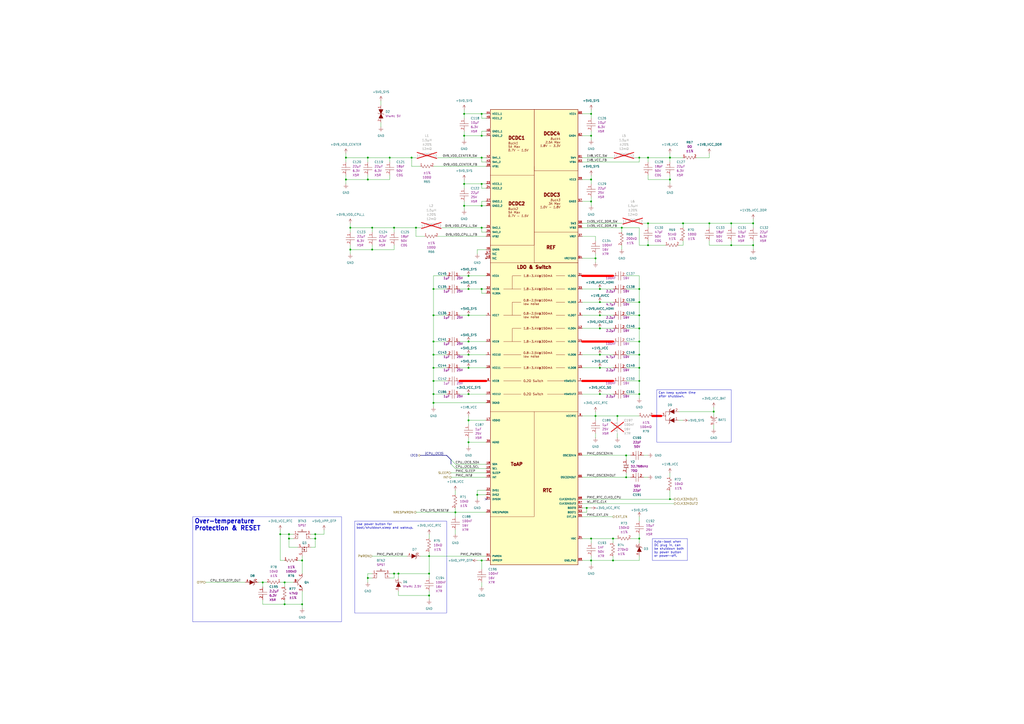
<source format=kicad_sch>
(kicad_sch (version 20250114) (generator "eeschema") (generator_version "9.0")
  (paper "A2")
  (title_block (title "Power PMIC") (date "2026-01-14") (rev "1.0.0") (company "TickLab") (comment 1 "VESA-SBC3399"))
  (text_box "Over-temperature\nProtection & RESET" (at 111.76 299.72 0) (size 86.36 60.96) (margins 0.9525 0.9525 0.9525 0.9525) (effects (font (size 2.54 2.54) (thickness 0.508) (bold yes)) (justify left top)))
  (text_box "Auto-boot when DC plug in, can be shutdown both by power button or power-off." (at 378.46 312.42 0) (size 20.32 12.7) (margins 0.9525 0.9525 0.9525 0.9525) (effects (font (size 1.27 1.27)) (justify left top)))
  (text_box "Can keep system time\nafter shutdown." (at 381 226.06 0) (size 43.18 30.48) (margins 0.9525 0.9525 0.9525 0.9525) (effects (font (size 1.27 1.27)) (justify left top)))
  (text_box "Use power button for\nboot/shutdown,sleep and wakeup." (at 205.74 302.26 0) (size 53.34 53.34) (margins 0.9525 0.9525 0.9525 0.9525) (effects (font (size 1.27 1.27)) (justify left top)))
  (junction (at 271.78 205.74))
  (junction (at 228.6 132.08))
  (junction (at 340.36 294.64))
  (junction (at 251.46 205.74))
  (junction (at 363.22 276.86))
  (junction (at 251.46 167.64))
  (junction (at 370.84 167.64))
  (junction (at 271.78 243.84))
  (junction (at 167.64 312.42))
  (junction (at 231.14 332.74))
  (junction (at 215.9 144.78))
  (junction (at 279.4 106.68))
  (junction (at 251.46 198.12))
  (junction (at 342.9 78.74))
  (junction (at 388.62 91.44))
  (junction (at 251.46 182.88))
  (junction (at 213.36 335.28))
  (junction (at 370.84 182.88))
  (junction (at 342.9 325.12))
  (junction (at 411.48 129.54))
  (junction (at 342.9 116.84))
  (junction (at 355.6 312.42))
  (junction (at 363.22 264.16))
  (junction (at 424.18 142.24))
  (junction (at 370.84 91.44))
  (junction (at 152.4 337.82))
  (junction (at 347.98 213.36))
  (junction (at 251.46 213.36))
  (junction (at 342.9 312.42))
  (junction (at 269.24 106.68))
  (junction (at 271.78 182.88))
  (junction (at 238.76 91.44))
  (junction (at 388.62 104.14))
  (junction (at 264.16 297.18))
  (junction (at 200.66 91.44))
  (junction (at 226.06 91.44))
  (junction (at 347.98 167.64))
  (junction (at 251.46 220.98))
  (junction (at 279.4 66.04))
  (junction (at 360.68 132.08))
  (junction (at 271.78 167.64))
  (junction (at 370.84 205.74))
  (junction (at 279.4 78.74))
  (junction (at 182.88 309.88))
  (junction (at 424.18 129.54))
  (junction (at 228.6 332.74))
  (junction (at 175.26 350.52))
  (junction (at 271.78 213.36))
  (junction (at 436.88 129.54))
  (junction (at 213.36 104.14))
  (junction (at 165.1 350.52))
  (junction (at 269.24 66.04))
  (junction (at 375.92 142.24))
  (junction (at 370.84 228.6))
  (junction (at 200.66 104.14))
  (junction (at 279.4 91.44))
  (junction (at 279.4 167.64))
  (junction (at 213.36 91.44))
  (junction (at 347.98 228.6))
  (junction (at 370.84 213.36))
  (junction (at 375.92 129.54))
  (junction (at 370.84 312.42))
  (junction (at 347.98 182.88))
  (junction (at 215.9 132.08))
  (junction (at 370.84 175.26))
  (junction (at 370.84 198.12))
  (junction (at 251.46 228.6))
  (junction (at 279.4 132.08))
  (junction (at 358.14 241.3))
  (junction (at 241.3 132.08))
  (junction (at 375.92 91.44))
  (junction (at 355.6 325.12))
  (junction (at 271.78 228.6))
  (junction (at 345.44 241.3))
  (junction (at 269.24 119.38))
  (junction (at 436.88 142.24))
  (junction (at 279.4 119.38))
  (junction (at 271.78 198.12))
  (junction (at 347.98 175.26))
  (junction (at 396.24 129.54))
  (junction (at 248.92 332.74))
  (junction (at 414.02 238.76))
  (junction (at 271.78 160.02))
  (junction (at 175.26 325.12))
  (junction (at 347.98 190.5))
  (junction (at 251.46 233.68))
  (junction (at 167.64 309.88))
  (junction (at 248.92 345.44))
  (junction (at 276.86 287.02))
  (junction (at 370.84 190.5))
  (junction (at 162.56 309.88))
  (junction (at 182.88 312.42))
  (junction (at 271.78 256.54))
  (junction (at 165.1 337.82))
  (junction (at 269.24 78.74))
  (junction (at 203.2 132.08))
  (junction (at 279.4 325.12))
  (junction (at 203.2 144.78))
  (junction (at 347.98 205.74))
  (junction (at 248.92 322.58))
  (junction (at 370.84 220.98))
  (junction (at 345.44 149.86))
  (junction (at 342.9 104.14))
  (junction (at 388.62 289.56))
  (junction (at 342.9 66.04))
  (no_connect (at 281.94 289.56))
  (bus_entry (at 261.62 266.7) (size 2.54 2.54))
  (bus_entry (at 261.62 269.24) (size 2.54 2.54))
  (wire (pts (xy 175.26 325.12) (xy 175.26 322.58)))
  (wire (pts (xy 170.18 312.42) (xy 167.64 312.42)))
  (wire (pts (xy 231.14 332.74) (xy 248.92 332.74)))
  (wire (pts (xy 337.82 175.26) (xy 347.98 175.26)))
  (wire (pts (xy 215.9 322.58) (xy 236.22 322.58)))
  (wire (pts (xy 271.78 167.64) (xy 279.4 167.64)))
  (wire (pts (xy 337.82 312.42) (xy 342.9 312.42)))
  (wire (pts (xy 411.48 142.24) (xy 424.18 142.24)))
  (wire (pts (xy 342.9 114.3) (xy 342.9 116.84)))
  (wire (pts (xy 345.44 137.16) (xy 345.44 139.7)))
  (wire (pts (xy 266.7 167.64) (xy 271.78 167.64)))
  (wire (pts (xy 342.9 66.04) (xy 342.9 68.58)))
  (wire (pts (xy 279.4 325.12) (xy 279.4 330.2)))
  (wire (pts (xy 281.94 170.18) (xy 279.4 170.18)))
  (wire (pts (xy 375.92 104.14) (xy 388.62 104.14)))
  (wire (pts (xy 375.92 93.98) (xy 375.92 91.44)))
  (wire (pts (xy 363.22 182.88) (xy 370.84 182.88)))
  (wire (pts (xy 424.18 139.7) (xy 424.18 142.24)))
  (wire (pts (xy 355.6 322.58) (xy 355.6 325.12)))
  (wire (pts (xy 370.84 175.26) (xy 370.84 182.88)))
  (wire (pts (xy 170.18 309.88) (xy 167.64 309.88)))
  (wire (pts (xy 251.46 228.6) (xy 251.46 220.98)))
  (wire (pts (xy 337.82 198.12) (xy 355.6 198.12)) (stroke (width 1.27) (color 255 0 0 1)))
  (wire (pts (xy 370.84 309.88) (xy 370.84 312.42)))
  (wire (pts (xy 261.62 274.32) (xy 281.94 274.32)))
  (wire (pts (xy 363.22 228.6) (xy 370.84 228.6)))
  (wire (pts (xy 182.88 317.5) (xy 182.88 312.42)))
  (wire (pts (xy 266.7 160.02) (xy 271.78 160.02)))
  (wire (pts (xy 269.24 106.68) (xy 269.24 109.22)))
  (wire (pts (xy 337.82 213.36) (xy 347.98 213.36)))
  (wire (pts (xy 342.9 78.74) (xy 342.9 81.28)))
  (wire (pts (xy 241.3 132.08) (xy 241.3 137.16)))
  (wire (pts (xy 226.06 91.44) (xy 238.76 91.44)))
  (wire (pts (xy 251.46 167.64) (xy 251.46 160.02)))
  (wire (pts (xy 345.44 241.3) (xy 358.14 241.3)))
  (wire (pts (xy 279.4 119.38) (xy 281.94 119.38)))
  (wire (pts (xy 119.38 337.82) (xy 142.24 337.82)))
  (wire (pts (xy 200.66 93.98) (xy 200.66 91.44)))
  (wire (pts (xy 378.46 241.3) (xy 383.54 241.3)) (stroke (width 1.27) (color 255 0 0 1)))
  (bus (pts (xy 261.62 266.7) (xy 261.62 269.24)))
  (wire (pts (xy 165.1 325.12) (xy 162.56 325.12)))
  (wire (pts (xy 271.78 243.84) (xy 271.78 246.38)))
  (wire (pts (xy 436.88 132.08) (xy 436.88 129.54)))
  (wire (pts (xy 226.06 332.74) (xy 228.6 332.74)))
  (wire (pts (xy 220.98 71.12) (xy 220.98 73.66)))
  (wire (pts (xy 337.82 160.02) (xy 355.6 160.02)) (stroke (width 1.27) (color 255 0 0 1)))
  (wire (pts (xy 271.78 213.36) (xy 281.94 213.36)))
  (wire (pts (xy 281.94 109.22) (xy 279.4 109.22)))
  (wire (pts (xy 200.66 104.14) (xy 200.66 106.68)))
  (wire (pts (xy 347.98 167.64) (xy 355.6 167.64)))
  (wire (pts (xy 281.94 233.68) (xy 251.46 233.68)))
  (wire (pts (xy 363.22 205.74) (xy 370.84 205.74)))
  (wire (pts (xy 269.24 119.38) (xy 279.4 119.38)))
  (wire (pts (xy 228.6 144.78) (xy 215.9 144.78)))
  (wire (pts (xy 162.56 309.88) (xy 162.56 307.34)))
  (wire (pts (xy 269.24 63.5) (xy 269.24 66.04)))
  (wire (pts (xy 424.18 129.54) (xy 411.48 129.54)))
  (wire (pts (xy 271.78 256.54) (xy 271.78 259.08)))
  (wire (pts (xy 388.62 104.14) (xy 388.62 106.68)))
  (wire (pts (xy 162.56 337.82) (xy 165.1 337.82)))
  (wire (pts (xy 271.78 241.3) (xy 271.78 243.84)))
  (wire (pts (xy 337.82 299.72) (xy 355.6 299.72)))
  (wire (pts (xy 370.84 142.24) (xy 370.84 132.08)))
  (wire (pts (xy 370.84 190.5) (xy 370.84 198.12)))
  (wire (pts (xy 436.88 139.7) (xy 436.88 142.24)))
  (wire (pts (xy 363.22 167.64) (xy 370.84 167.64)))
  (wire (pts (xy 337.82 116.84) (xy 342.9 116.84)))
  (wire (pts (xy 363.22 190.5) (xy 370.84 190.5)))
  (wire (pts (xy 279.4 109.22) (xy 279.4 106.68)))
  (wire (pts (xy 264.16 284.48) (xy 264.16 287.02)))
  (wire (pts (xy 264.16 307.34) (xy 264.16 309.88)))
  (wire (pts (xy 271.78 205.74) (xy 281.94 205.74)))
  (wire (pts (xy 152.4 337.82) (xy 154.94 337.82)))
  (wire (pts (xy 187.96 309.88) (xy 187.96 307.34)))
  (wire (pts (xy 203.2 144.78) (xy 203.2 147.32)))
  (wire (pts (xy 396.24 142.24) (xy 393.7 142.24)))
  (wire (pts (xy 269.24 66.04) (xy 269.24 68.58)))
  (wire (pts (xy 279.4 68.58) (xy 281.94 68.58)))
  (wire (pts (xy 337.82 104.14) (xy 342.9 104.14)))
  (wire (pts (xy 368.3 91.44) (xy 370.84 91.44)))
  (wire (pts (xy 228.6 132.08) (xy 228.6 134.62)))
  (wire (pts (xy 215.9 144.78) (xy 203.2 144.78)))
  (wire (pts (xy 175.26 325.12) (xy 175.26 332.74)))
  (wire (pts (xy 337.82 294.64) (xy 340.36 294.64)))
  (wire (pts (xy 345.44 147.32) (xy 345.44 149.86)))
  (wire (pts (xy 264.16 297.18) (xy 281.94 297.18)))
  (wire (pts (xy 411.48 91.44) (xy 403.86 91.44)))
  (wire (pts (xy 345.44 238.76) (xy 345.44 241.3)))
  (wire (pts (xy 337.82 91.44) (xy 355.6 91.44)))
  (wire (pts (xy 182.88 312.42) (xy 182.88 309.88)))
  (wire (pts (xy 375.92 142.24) (xy 386.08 142.24)))
  (wire (pts (xy 226.06 104.14) (xy 213.36 104.14)))
  (wire (pts (xy 248.92 342.9) (xy 248.92 345.44)))
  (wire (pts (xy 264.16 294.64) (xy 264.16 297.18)))
  (wire (pts (xy 269.24 104.14) (xy 269.24 106.68)))
  (wire (pts (xy 228.6 332.74) (xy 231.14 332.74)))
  (wire (pts (xy 248.92 322.58) (xy 248.92 332.74)))
  (wire (pts (xy 337.82 220.98) (xy 355.6 220.98)) (stroke (width 1.27) (color 255 0 0 1)))
  (wire (pts (xy 271.78 243.84) (xy 281.94 243.84)))
  (wire (pts (xy 342.9 101.6) (xy 342.9 104.14)))
  (wire (pts (xy 355.6 312.42) (xy 355.6 314.96)))
  (wire (pts (xy 251.46 182.88) (xy 251.46 167.64)))
  (wire (pts (xy 220.98 58.42) (xy 220.98 60.96)))
  (wire (pts (xy 269.24 66.04) (xy 279.4 66.04)))
  (wire (pts (xy 271.78 254) (xy 271.78 256.54)))
  (wire (pts (xy 342.9 116.84) (xy 342.9 119.38)))
  (wire (pts (xy 337.82 289.56) (xy 388.62 289.56)))
  (wire (pts (xy 228.6 335.28) (xy 228.6 332.74)))
  (wire (pts (xy 279.4 76.2) (xy 279.4 78.74)))
  (wire (pts (xy 347.98 175.26) (xy 355.6 175.26)))
  (wire (pts (xy 276.86 325.12) (xy 279.4 325.12)))
  (wire (pts (xy 269.24 78.74) (xy 279.4 78.74)))
  (wire (pts (xy 271.78 182.88) (xy 281.94 182.88)))
  (wire (pts (xy 340.36 297.18) (xy 340.36 294.64)))
  (wire (pts (xy 365.76 276.86) (xy 363.22 276.86)))
  (wire (pts (xy 370.84 312.42) (xy 370.84 314.96)))
  (wire (pts (xy 266.7 182.88) (xy 271.78 182.88)))
  (wire (pts (xy 200.66 91.44) (xy 213.36 91.44)))
  (wire (pts (xy 152.4 337.82) (xy 152.4 340.36)))
  (wire (pts (xy 363.22 264.16) (xy 363.22 266.7)))
  (wire (pts (xy 251.46 213.36) (xy 251.46 205.74)))
  (wire (pts (xy 436.88 127) (xy 436.88 129.54)))
  (wire (pts (xy 175.26 342.9) (xy 175.26 350.52)))
  (wire (pts (xy 388.62 274.32) (xy 388.62 276.86)))
  (wire (pts (xy 248.92 320.04) (xy 248.92 322.58)))
  (wire (pts (xy 388.62 88.9) (xy 388.62 91.44)))
  (wire (pts (xy 375.92 142.24) (xy 370.84 142.24)))
  (wire (pts (xy 200.66 88.9) (xy 200.66 91.44)))
  (wire (pts (xy 370.84 160.02) (xy 370.84 167.64)))
  (wire (pts (xy 363.22 160.02) (xy 370.84 160.02)))
  (wire (pts (xy 241.3 137.16) (xy 246.38 137.16)))
  (wire (pts (xy 370.84 205.74) (xy 370.84 213.36)))
  (wire (pts (xy 370.84 228.6) (xy 370.84 231.14)))
  (wire (pts (xy 396.24 139.7) (xy 396.24 142.24)))
  (wire (pts (xy 414.02 236.22) (xy 414.02 238.76)))
  (wire (pts (xy 167.64 317.5) (xy 167.64 312.42)))
  (wire (pts (xy 226.06 91.44) (xy 226.06 93.98)))
  (wire (pts (xy 373.38 276.86) (xy 375.92 276.86)))
  (wire (pts (xy 175.26 350.52) (xy 175.26 353.06)))
  (wire (pts (xy 375.92 139.7) (xy 375.92 142.24)))
  (wire (pts (xy 215.9 332.74) (xy 213.36 332.74)))
  (wire (pts (xy 271.78 160.02) (xy 281.94 160.02)))
  (wire (pts (xy 182.88 309.88) (xy 187.96 309.88)))
  (wire (pts (xy 165.1 350.52) (xy 175.26 350.52)))
  (wire (pts (xy 213.36 335.28) (xy 213.36 337.82)))
  (wire (pts (xy 172.72 317.5) (xy 167.64 317.5)))
  (wire (pts (xy 213.36 104.14) (xy 200.66 104.14)))
  (wire (pts (xy 167.64 312.42) (xy 167.64 309.88)))
  (wire (pts (xy 251.46 220.98) (xy 259.08 220.98)))
  (wire (pts (xy 342.9 104.14) (xy 342.9 106.68)))
  (wire (pts (xy 388.62 91.44) (xy 375.92 91.44)))
  (wire (pts (xy 337.82 66.04) (xy 342.9 66.04)))
  (wire (pts (xy 337.82 292.1) (xy 391.16 292.1)))
  (wire (pts (xy 347.98 213.36) (xy 355.6 213.36)))
  (wire (pts (xy 203.2 132.08) (xy 215.9 132.08)))
  (wire (pts (xy 345.44 251.46) (xy 345.44 254)))
  (wire (pts (xy 358.14 312.42) (xy 355.6 312.42)))
  (wire (pts (xy 388.62 101.6) (xy 388.62 104.14)))
  (wire (pts (xy 342.9 322.58) (xy 342.9 325.12)))
  (wire (pts (xy 337.82 325.12) (xy 342.9 325.12)))
  (wire (pts (xy 180.34 317.5) (xy 182.88 317.5)))
  (wire (pts (xy 165.1 337.82) (xy 165.1 340.36)))
  (wire (pts (xy 248.92 322.58) (xy 281.94 322.58)))
  (wire (pts (xy 266.7 213.36) (xy 271.78 213.36)))
  (wire (pts (xy 266.7 220.98) (xy 281.94 220.98)) (stroke (width 1.27) (color 255 0 0 1)))
  (wire (pts (xy 281.94 116.84) (xy 279.4 116.84)))
  (wire (pts (xy 363.22 213.36) (xy 370.84 213.36)))
  (wire (pts (xy 345.44 241.3) (xy 345.44 243.84)))
  (wire (pts (xy 370.84 322.58) (xy 370.84 325.12)))
  (wire (pts (xy 203.2 129.54) (xy 203.2 132.08)))
  (wire (pts (xy 342.9 78.74) (xy 342.9 76.2)))
  (wire (pts (xy 388.62 93.98) (xy 388.62 91.44)))
  (wire (pts (xy 363.22 175.26) (xy 370.84 175.26)))
  (wire (pts (xy 370.84 167.64) (xy 370.84 175.26)))
  (wire (pts (xy 411.48 88.9) (xy 411.48 91.44)))
  (wire (pts (xy 241.3 297.18) (xy 264.16 297.18)))
  (wire (pts (xy 375.92 101.6) (xy 375.92 104.14)))
  (wire (pts (xy 279.4 134.62) (xy 279.4 132.08)))
  (wire (pts (xy 340.36 294.64) (xy 342.9 294.64)))
  (wire (pts (xy 276.86 287.02) (xy 276.86 289.56)))
  (wire (pts (xy 241.3 91.44) (xy 238.76 91.44)))
  (wire (pts (xy 152.4 347.98) (xy 152.4 350.52)))
  (wire (pts (xy 266.7 198.12) (xy 271.78 198.12)))
  (wire (pts (xy 248.92 345.44) (xy 248.92 347.98)))
  (wire (pts (xy 269.24 78.74) (xy 269.24 81.28)))
  (wire (pts (xy 370.84 325.12) (xy 355.6 325.12)))
  (wire (pts (xy 251.46 167.64) (xy 259.08 167.64)))
  (wire (pts (xy 337.82 228.6) (xy 347.98 228.6)))
  (wire (pts (xy 358.14 241.3) (xy 358.14 243.84)))
  (wire (pts (xy 337.82 149.86) (xy 345.44 149.86)))
  (wire (pts (xy 342.9 312.42) (xy 355.6 312.42)))
  (wire (pts (xy 264.16 297.18) (xy 264.16 299.72)))
  (wire (pts (xy 279.4 116.84) (xy 279.4 119.38)))
  (wire (pts (xy 370.84 91.44) (xy 370.84 93.98)))
  (wire (pts (xy 238.76 96.52) (xy 243.84 96.52)))
  (wire (pts (xy 370.84 182.88) (xy 370.84 190.5)))
  (wire (pts (xy 347.98 205.74) (xy 355.6 205.74)))
  (wire (pts (xy 347.98 190.5) (xy 355.6 190.5)))
  (wire (pts (xy 424.18 132.08) (xy 424.18 129.54)))
  (wire (pts (xy 396.24 129.54) (xy 375.92 129.54)))
  (wire (pts (xy 411.48 132.08) (xy 411.48 129.54)))
  (wire (pts (xy 388.62 284.48) (xy 388.62 289.56)))
  (wire (pts (xy 342.9 66.04) (xy 342.9 63.5)))
  (wire (pts (xy 266.7 205.74) (xy 271.78 205.74)))
  (wire (pts (xy 373.38 264.16) (xy 375.92 264.16)))
  (wire (pts (xy 276.86 144.78) (xy 276.86 147.32)))
  (wire (pts (xy 172.72 325.12) (xy 175.26 325.12)))
  (wire (pts (xy 355.6 325.12) (xy 342.9 325.12)))
  (wire (pts (xy 162.56 325.12) (xy 162.56 309.88)))
  (wire (pts (xy 279.4 167.64) (xy 281.94 167.64)))
  (wire (pts (xy 254 91.44) (xy 279.4 91.44)))
  (wire (pts (xy 243.84 132.08) (xy 241.3 132.08)))
  (wire (pts (xy 337.82 276.86) (xy 363.22 276.86)))
  (wire (pts (xy 424.18 142.24) (xy 436.88 142.24)))
  (wire (pts (xy 269.24 106.68) (xy 279.4 106.68)))
  (wire (pts (xy 251.46 198.12) (xy 251.46 182.88)))
  (wire (pts (xy 370.84 299.72) (xy 370.84 302.26)))
  (wire (pts (xy 256.54 132.08) (xy 279.4 132.08)))
  (wire (pts (xy 215.9 132.08) (xy 228.6 132.08)))
  (wire (pts (xy 363.22 220.98) (xy 370.84 220.98)))
  (wire (pts (xy 358.14 241.3) (xy 370.84 241.3)))
  (wire (pts (xy 251.46 182.88) (xy 259.08 182.88)))
  (wire (pts (xy 251.46 228.6) (xy 259.08 228.6)))
  (wire (pts (xy 337.82 93.98) (xy 370.84 93.98)))
  (wire (pts (xy 152.4 350.52) (xy 165.1 350.52)))
  (wire (pts (xy 363.22 276.86) (xy 363.22 274.32)))
  (wire (pts (xy 271.78 228.6) (xy 281.94 228.6)))
  (wire (pts (xy 337.82 190.5) (xy 347.98 190.5)))
  (wire (pts (xy 276.86 284.48) (xy 276.86 287.02)))
  (wire (pts (xy 342.9 325.12) (xy 342.9 327.66)))
  (wire (pts (xy 269.24 119.38) (xy 269.24 121.92)))
  (wire (pts (xy 213.36 93.98) (xy 213.36 91.44)))
  (wire (pts (xy 248.92 309.88) (xy 248.92 312.42)))
  (wire (pts (xy 251.46 205.74) (xy 259.08 205.74)))
  (wire (pts (xy 271.78 256.54) (xy 281.94 256.54)))
  (wire (pts (xy 411.48 129.54) (xy 396.24 129.54)))
  (wire (pts (xy 411.48 139.7) (xy 411.48 142.24)))
  (wire (pts (xy 436.88 142.24) (xy 436.88 144.78)))
  (wire (pts (xy 264.16 271.78) (xy 281.94 271.78)))
  (wire (pts (xy 251.46 160.02) (xy 259.08 160.02)))
  (wire (pts (xy 165.1 347.98) (xy 165.1 350.52)))
  (wire (pts (xy 228.6 132.08) (xy 241.3 132.08)))
  (wire (pts (xy 215.9 142.24) (xy 215.9 144.78)))
  (wire (pts (xy 203.2 142.24) (xy 203.2 144.78)))
  (wire (pts (xy 388.62 289.56) (xy 391.16 289.56)))
  (wire (pts (xy 279.4 132.08) (xy 281.94 132.08)))
  (wire (pts (xy 337.82 205.74) (xy 347.98 205.74)))
  (wire (pts (xy 213.36 332.74) (xy 213.36 335.28)))
  (wire (pts (xy 365.76 264.16) (xy 363.22 264.16)))
  (wire (pts (xy 347.98 182.88) (xy 355.6 182.88)))
  (wire (pts (xy 180.34 309.88) (xy 182.88 309.88)))
  (wire (pts (xy 337.82 167.64) (xy 347.98 167.64)))
  (wire (pts (xy 251.46 233.68) (xy 251.46 228.6)))
  (wire (pts (xy 279.4 91.44) (xy 281.94 91.44)))
  (wire (pts (xy 261.62 276.86) (xy 281.94 276.86)))
  (wire (pts (xy 264.16 269.24) (xy 281.94 269.24)))
  (wire (pts (xy 337.82 297.18) (xy 340.36 297.18)))
  (wire (pts (xy 365.76 312.42) (xy 370.84 312.42)))
  (wire (pts (xy 347.98 228.6) (xy 355.6 228.6)))
  (wire (pts (xy 251.46 205.74) (xy 251.46 198.12)))
  (wire (pts (xy 281.94 287.02) (xy 276.86 287.02)))
  (wire (pts (xy 251.46 220.98) (xy 251.46 213.36)))
  (wire (pts (xy 414.02 238.76) (xy 393.7 238.76)))
  (wire (pts (xy 281.94 76.2) (xy 279.4 76.2)))
  (wire (pts (xy 251.46 198.12) (xy 259.08 198.12)))
  (wire (pts (xy 226.06 101.6) (xy 226.06 104.14)))
  (wire (pts (xy 180.34 312.42) (xy 182.88 312.42)))
  (wire (pts (xy 231.14 342.9) (xy 231.14 345.44)))
  (wire (pts (xy 337.82 132.08) (xy 360.68 132.08)))
  (wire (pts (xy 337.82 182.88) (xy 347.98 182.88)))
  (bus (pts (xy 243.84 264.16) (xy 259.08 264.16)))
  (wire (pts (xy 167.64 309.88) (xy 162.56 309.88)))
  (wire (pts (xy 281.94 134.62) (xy 279.4 134.62)))
  (wire (pts (xy 251.46 233.68) (xy 251.46 236.22)))
  (wire (pts (xy 228.6 142.24) (xy 228.6 144.78)))
  (wire (pts (xy 358.14 251.46) (xy 358.14 254)))
  (wire (pts (xy 231.14 335.28) (xy 231.14 332.74)))
  (wire (pts (xy 200.66 101.6) (xy 200.66 104.14)))
  (wire (pts (xy 226.06 335.28) (xy 228.6 335.28)))
  (wire (pts (xy 337.82 264.16) (xy 363.22 264.16)))
  (wire (pts (xy 370.84 198.12) (xy 370.84 205.74)))
  (wire (pts (xy 436.88 129.54) (xy 424.18 129.54)))
  (wire (pts (xy 414.02 246.38) (xy 414.02 248.92)))
  (wire (pts (xy 370.84 213.36) (xy 370.84 220.98)))
  (wire (pts (xy 279.4 337.82) (xy 279.4 340.36)))
  (wire (pts (xy 215.9 132.08) (xy 215.9 134.62)))
  (wire (pts (xy 375.92 129.54) (xy 375.92 132.08)))
  (wire (pts (xy 388.62 91.44) (xy 396.24 91.44)))
  (wire (pts (xy 279.4 66.04) (xy 281.94 66.04)))
  (wire (pts (xy 279.4 66.04) (xy 279.4 68.58)))
  (wire (pts (xy 213.36 335.28) (xy 215.9 335.28)))
  (wire (pts (xy 279.4 325.12) (xy 281.94 325.12)))
  (wire (pts (xy 203.2 134.62) (xy 203.2 132.08)))
  (wire (pts (xy 269.24 116.84) (xy 269.24 119.38)))
  (wire (pts (xy 238.76 91.44) (xy 238.76 96.52)))
  (wire (pts (xy 254 137.16) (xy 281.94 137.16)))
  (wire (pts (xy 281.94 144.78) (xy 276.86 144.78)))
  (wire (pts (xy 281.94 284.48) (xy 276.86 284.48)))
  (wire (pts (xy 360.68 142.24) (xy 360.68 144.78)))
  (wire (pts (xy 337.82 78.74) (xy 342.9 78.74)))
  (wire (pts (xy 251.46 213.36) (xy 259.08 213.36)))
  (wire (pts (xy 251.46 96.52) (xy 281.94 96.52)))
  (wire (pts (xy 393.7 243.84) (xy 396.24 243.84)))
  (wire (pts (xy 271.78 198.12) (xy 281.94 198.12)))
  (wire (pts (xy 243.84 322.58) (xy 248.92 322.58)))
  (wire (pts (xy 342.9 314.96) (xy 342.9 312.42)))
  (wire (pts (xy 279.4 93.98) (xy 281.94 93.98)))
  (wire (pts (xy 370.84 220.98) (xy 370.84 228.6)))
  (wire (pts (xy 363.22 198.12) (xy 370.84 198.12)))
  (wire (pts (xy 375.92 91.44) (xy 370.84 91.44)))
  (wire (pts (xy 149.86 337.82) (xy 152.4 337.82)))
  (wire (pts (xy 213.36 91.44) (xy 226.06 91.44)))
  (wire (pts (xy 165.1 337.82) (xy 170.18 337.82)))
  (wire (pts (xy 213.36 101.6) (xy 213.36 104.14)))
  (wire (pts (xy 248.92 332.74) (xy 248.92 335.28)))
  (wire (pts (xy 231.14 345.44) (xy 248.92 345.44)))
  (wire (pts (xy 373.38 129.54) (xy 375.92 129.54)))
  (wire (pts (xy 337.82 129.54) (xy 360.68 129.54)))
  (wire (pts (xy 269.24 76.2) (xy 269.24 78.74)))
  (wire (pts (xy 279.4 78.74) (xy 281.94 78.74)))
  (wire (pts (xy 396.24 132.08) (xy 396.24 129.54)))
  (wire (pts (xy 279.4 170.18) (xy 279.4 167.64)))
  (bus (pts (xy 259.08 264.16) (xy 261.62 266.7)))
  (wire (pts (xy 414.02 241.3) (xy 414.02 238.76)))
  (wire (pts (xy 266.7 228.6) (xy 271.78 228.6)))
  (wire (pts (xy 337.82 241.3) (xy 345.44 241.3)))
  (wire (pts (xy 279.4 106.68) (xy 281.94 106.68)))
  (wire (pts (xy 360.68 132.08) (xy 370.84 132.08)))
  (wire (pts (xy 337.82 137.16) (xy 345.44 137.16)))
  (wire (pts (xy 345.44 149.86) (xy 345.44 152.4)))
  (wire (pts (xy 279.4 93.98) (xy 279.4 91.44)))
  (wire (pts (xy 360.68 132.08) (xy 360.68 134.62)))
  (label "1V8_VCC_FB" (at 340.36 93.98 0))
  (label "CPU_SYS_RESET#" (at 243.84 297.18 0))
  (label "{CPU_I2C0}" (at 246.38 264.16 0))
  (label "PMIC_OSC32KIN" (at 340.36 264.16 0))
  (label "PMIC_EXT_EN" (at 340.36 299.72 0))
  (label "PMIC_OSC32KOUT" (at 340.36 276.86 0))
  (label "PMIC_PWR_KEY#" (at 218.44 322.58 0))
  (label "PMIC_PWRON" (at 279.4 322.58 180))
  (label "1V8_VCC_SW" (at 340.36 91.44 0))
  (label "PMIC_INT#" (at 264.16 276.86 0))
  (label "0V9_VDD_CPU_L_SW" (at 276.86 132.08 180))
  (label "CPU_I2C0_SCL" (at 264.16 271.78 0))
  (label "1V35_VCC_DDR_SW" (at 340.36 129.54 0))
  (label "PMIC_SLEEP" (at 264.16 274.32 0))
  (label "PMIC_RTC_CLKO_CPU" (at 340.36 289.56 0))
  (label "CPU_I2C0_SDA" (at 264.16 269.24 0))
  (label "1V35_VCC_DDR_FB" (at 340.36 132.08 0))
  (label "WL_RTC_CLK" (at 340.36 292.1 0))
  (label "0V9_VDD_CPU_L_FB" (at 276.86 137.16 180))
  (label "0V9_VDD_CENTER_SW" (at 276.86 91.44 180))
  (label "CPU_SYS_OTP_OUT" (at 121.92 337.82 0))
  (label "0V9_VDD_CENTER_FB" (at 276.86 96.52 180))
  (hierarchical_label "CLK32KOUT2" (shape output) (at 391.16 292.1 0))
  (hierarchical_label "PWRON" (shape input) (at 215.9 322.58 180))
  (hierarchical_label "CLK32KOUT1" (shape output) (at 391.16 289.56 0))
  (hierarchical_label "I2C0" (shape bidirectional) (at 243.84 264.16 180))
  (hierarchical_label "INT" (shape output) (at 261.62 276.86 180))
  (hierarchical_label "OTP" (shape input) (at 119.38 337.82 180))
  (hierarchical_label "NRESPWRON" (shape output) (at 241.3 297.18 180))
  (hierarchical_label "SLEEP" (shape input) (at 261.62 274.32 180))
  (hierarchical_label "EXT_EN" (shape output) (at 355.6 299.72 0))
  (symbol (lib_id "component_library:Diodes/B5819WS") (at 241.3 322.58 270) (unit 1)
    (property "Reference" "D7" (at 240.4427 318.77 90))
    (property "Footprint" "footprints:" (effects (hide yes)))
    (property "Description" "-55℃~+150℃ 10A 1A 1mA@40V 40V 600mV@1A Independent SOD-323 Schottky Diodes ROHS" (effects (hide yes)))
    (property "Type" "Schottky Diode" (effects (hide yes)))
    (property "Vf" "600mV@1A" (effects (hide yes)))
    (property "Vr" "40V" (effects (hide yes)))
    (property "If" "1mA@40V" (effects (hide yes)))
    (property "Package" "SOD-323" (effects (hide yes)))
    (property "Manufacturer" "hongjiacheng" (effects (hide yes)))
    (property "LCSC_Part" "C7420331" (effects (hide yes)))
    (property "Supplier" "JLCPCB" (effects (hide yes)))
  )
  (symbol (lib_id "component_library:Capacitors/CL05B104KO5NNNC") (at 355.6 198.12 90) (unit 1)
    (property "Reference" "C147" (at 365.76 196.85 90))
    (property "Footprint" "footprints:CAPC1005X50N" (effects (hide yes)))
    (property "Description" "100nF 16V X7R ±10% 0402 Multilayer Ceramic Capacitors MLCC - SMD/SMT ROHS" (effects (hide yes)))
    (property "Capacitance" "100nF" (at 354.33 199.39 90))
    (property "Voltage - Rated" "16V" (at 363.22 199.39 90))
    (property "Temperature Coefficient" "X7R" (effects (hide yes)))
    (property "Tolerance" "±10%" (effects (hide yes)))
    (property "Package" "0402" (effects (hide yes)))
    (property "Manufacturer" "Samsung Electro-Mechanics" (effects (hide yes)))
    (property "LCSC_Part" "C1525" (effects (hide yes)))
    (property "Supplier" "JLCPCB" (effects (hide yes)))
  )
  (symbol (lib_id "component_library:Capacitors/CL05A105KA5NQNC") (at 266.7 198.12 270) (unit 1)
    (property "Reference" "C141" (at 256.54 196.85 90))
    (property "Footprint" "footprints:CAPC1005X50N" (effects (hide yes)))
    (property "Description" "1uF 25V X5R ±10% 0402 Multilayer Ceramic Capacitors MLCC - SMD/SMT ROHS" (effects (hide yes)))
    (property "Capacitance" "1µF" (at 259.08 199.39 90))
    (property "Voltage - Rated" "25V" (at 266.7 199.39 90))
    (property "Temperature Coefficient" "X5R" (effects (hide yes)))
    (property "Tolerance" "±10%" (effects (hide yes)))
    (property "Package" "0402" (effects (hide yes)))
    (property "Manufacturer" "Samsung Electro-Mechanics" (effects (hide yes)))
    (property "LCSC_Part" "C52923" (effects (hide yes)))
    (property "Supplier" "JLCPCB" (effects (hide yes)))
  )
  (symbol (lib_id "component_library:Inductors/ETQP3M1R5KVP") (at 243.84 132.08 0) (unit 1) (dnp yes)
    (property "Reference" "L2" (at 250.19 119.38 0))
    (property "Footprint" "footprints:ETQP3M1R5KVP" (effects (hide yes)))
    (property "Description" "1.5uH 12A 12mΩ 8.1A AEC-Q200 Molded Inductor ±20% SMD,5.5x5mm Power Inductors ROHS" (effects (hide yes)))
    (property "Inductance" "1.5µH" (at 250.19 121.92 0))
    (property "Tolerance" "±20%" (at 250.19 124.46 0))
    (property "Current Rating" "8.1" (effects (hide yes)))
    (property "Saturation Current" "12" (effects (hide yes)))
    (property "DCR" "12mΩ" (at 250.19 127 0))
    (property "Package" "SMD,5.5x5mm" (effects (hide yes)))
    (property "Manufacturer" "PANASONIC" (effects (hide yes)))
    (property "LCSC_Part" "C542312" (effects (hide yes)))
    (property "Supplier" "JLCPCB" (effects (hide yes)))
  )
  (symbol (lib_id "component_library:TVS, ESD/ESD5Z2.5T1G") (at 231.14 337.82 0) (unit 1)
    (property "Reference" "D6" (at 233.68 337.5659 0) (effects (justify left)))
    (property "Footprint" "footprints:" (effects (hide yes)))
    (property "Description" "-55℃~+125℃ 1 14V 150W@8/20us 2.5V 200pF 3uA 4V IEC 61000-4-2、IEC 61000-4-4 SOD-523 ESD and Surge Protection (TVS/ESD) ROHS" (effects (hide yes)))
    (property "Vrwm" "2.5V" (at 233.68 340.1059 0) (show_name yes) (effects (justify left)))
    (property "Package" "SOD-523" (effects (hide yes)))
    (property "Manufacturer" "TECH PUBLIC" (effects (hide yes)))
    (property "LCSC_Part" "C20611848" (effects (hide yes)))
    (property "Supplier" "JLCPCB" (effects (hide yes)))
  )
  (symbol (lib_id "component_library:TVS, ESD/AZ5825-01F") (at 220.98 66.04 0) (unit 1)
    (property "Reference" "D2" (at 223.52 64.7699 0) (effects (justify left)))
    (property "Footprint" "footprints:" (effects (hide yes)))
    (property "Description" "-55℃~+125℃ 1 140W@8/20us 19A@8/20us 27pF 5V 6V 8.5V 80nA Bidirectional ESD IEC 61000-4-2、IEC 61000-4-5、IEC 61000-4-4 DFN1006-2(0402) ESD and Surge Protection (TVS/ESD) ROHS" (effects (hide yes)))
    (property "Vrwm" "5V" (at 223.52 67.3099 0) (show_name yes) (effects (justify left)))
    (property "Package" "DFN1006-2(0402)" (effects (hide yes)))
    (property "Manufacturer" "TECH PUBLIC" (effects (hide yes)))
    (property "Supplier" "C2905641" (effects (hide yes)))
  )
  (symbol (lib_id "component_library:Capacitors/CL05B104KO5NNNC") (at 355.6 160.02 90) (unit 1)
    (property "Reference" "C137" (at 365.76 158.75 90))
    (property "Footprint" "footprints:CAPC1005X50N" (effects (hide yes)))
    (property "Description" "100nF 16V X7R ±10% 0402 Multilayer Ceramic Capacitors MLCC - SMD/SMT ROHS" (effects (hide yes)))
    (property "Capacitance" "100nF" (at 354.33 161.29 90))
    (property "Voltage - Rated" "16V" (at 363.22 161.29 90))
    (property "Temperature Coefficient" "X7R" (effects (hide yes)))
    (property "Tolerance" "±10%" (effects (hide yes)))
    (property "Package" "0402" (effects (hide yes)))
    (property "Manufacturer" "Samsung Electro-Mechanics" (effects (hide yes)))
    (property "LCSC_Part" "C1525" (effects (hide yes)))
    (property "Supplier" "JLCPCB" (effects (hide yes)))
  )
  (symbol (lib_id "component_library:Crystals, Oscillators, Resonators/Q13FC13500004") (at 363.22 266.7 270) (unit 1)
    (property "Reference" "Y2" (at 365.76 267.9699 90) (effects (justify left)))
    (property "Footprint" "footprints:" (effects (hide yes)))
    (property "Description" "-40℃~+85℃ 12.5pF 32.768kHz 70kΩ Crystal Oscillator ±20ppm SMD3215-2P Crystals ROHS" (effects (hide yes)))
    (property "Frequency" "32.768kHz" (at 365.76 270.5099 90) (effects (justify left)))
    (property "Frequency Stability" "±20ppm" (effects (hide yes)))
    (property "ESR" "70Ω" (at 365.76 273.0499 90) (effects (justify left)))
    (property "Package" "SMD3215-2P" (effects (hide yes)))
    (property "Manufacturer" "Seiko Epson" (effects (hide yes)))
    (property "LCSC_Part" "C32346" (effects (hide yes)))
    (property "Supplier" "JLCPCB" (effects (hide yes)))
    (property "Load Capacitance" "12.5pF" (effects (hide yes)))
  )
  (symbol (lib_id "component_library:Capacitors/CL05A105KA5NQNC") (at 266.7 205.74 270) (unit 1)
    (property "Reference" "C143" (at 256.54 204.47 90))
    (property "Footprint" "footprints:CAPC1005X50N" (effects (hide yes)))
    (property "Description" "1uF 25V X5R ±10% 0402 Multilayer Ceramic Capacitors MLCC - SMD/SMT ROHS" (effects (hide yes)))
    (property "Capacitance" "1µF" (at 259.08 207.01 90))
    (property "Voltage - Rated" "25V" (at 266.7 207.01 90))
    (property "Temperature Coefficient" "X5R" (effects (hide yes)))
    (property "Tolerance" "±10%" (effects (hide yes)))
    (property "Package" "0402" (effects (hide yes)))
    (property "Manufacturer" "Samsung Electro-Mechanics" (effects (hide yes)))
    (property "LCSC_Part" "C52923" (effects (hide yes)))
    (property "Supplier" "JLCPCB" (effects (hide yes)))
  )
  (symbol (lib_id "component_library:Diodes/B5819WS") (at 147.32 337.82 270) (unit 1)
    (property "Reference" "D8" (at 146.4627 334.01 90))
    (property "Footprint" "footprints:" (effects (hide yes)))
    (property "Description" "-55℃~+150℃ 10A 1A 1mA@40V 40V 600mV@1A Independent SOD-323 Schottky Diodes ROHS" (effects (hide yes)))
    (property "Type" "Schottky Diode" (effects (hide yes)))
    (property "Vf" "600mV@1A" (effects (hide yes)))
    (property "Vr" "40V" (effects (hide yes)))
    (property "If" "1mA@40V" (effects (hide yes)))
    (property "Package" "SOD-323" (effects (hide yes)))
    (property "Manufacturer" "hongjiacheng" (effects (hide yes)))
    (property "LCSC_Part" "C7420331" (effects (hide yes)))
    (property "Supplier" "JLCPCB" (effects (hide yes)))
  )
  (symbol (lib_id "component_library:Resistors/0402WGF1003TCE") (at 165.1 325.12 0) (mirror x) (unit 1)
    (property "Reference" "R76" (at 168.91 334.01 0))
    (property "Footprint" "footprints:RESC1005X35N" (effects (hide yes)))
    (property "Description" "-55℃~+155℃ 100kΩ 50V 62.5mW Thick Film Resistor ±1% ±100ppm/℃ 0402 Chip Resistor - Surface Mount ROHS" (effects (hide yes)))
    (property "Resistance" "100kΩ" (at 168.91 331.47 0))
    (property "Tolerance" "±1%" (at 168.91 328.93 0))
    (property "Package" "0402" (effects (hide yes)))
    (property "Manufacturer" "UNI-ROYAL(Uniroyal Elec)" (effects (hide yes)))
    (property "LCSC_Part" "C25741" (effects (hide yes)))
    (property "Supplier" "JLCPCB" (effects (hide yes)))
  )
  (symbol (lib_id "component_library:PMIC/RK808-D") (at 284.48 63.5 0) (unit 1)
    (property "Reference" "U2" (effects (hide yes)))
    (property "Value" "RK808-D" (effects (hide yes)))
    (property "Footprint" "footprints:" (effects (hide yes)))
    (property "Description" "QFN-68(7X7) Power Management - Specialized ROHS" (effects (hide yes)))
    (property "MF" "rockchip" (effects (hide yes)))
    (property "Description_1" "RK808-D Power Management IC" (effects (hide yes)))
    (property "Package" "QFN-68(7X7)" (effects (hide yes)))
    (property "Price" "None" (effects (hide yes)))
    (property "Check_prices" "https://www.snapeda.com/parts/RK808-D/Rockchip/view-part/?ref=eda" (effects (hide yes)))
    (property "SnapEDA_Link" "https://www.snapeda.com/parts/RK808-D/Rockchip/view-part/?ref=snap" (effects (hide yes)))
    (property "MP" "RK808-D" (effects (hide yes)))
    (property "Availability" "In Stock" (effects (hide yes)))
    (property "MANUFACTURER" "Rokchip" (effects (hide yes)))
    (property "Type" "PMIC" (effects (hide yes)))
    (property "Manufacturer" "Rockchip" (effects (hide yes)))
    (property "LCSC_Part" "C22364187" (effects (hide yes)))
    (property "Supplier" "JLCPCB" (effects (hide yes)))
  )
  (symbol (lib_id "component_library:Switches, Buttons/TSA016A2518A") (at 220.98 332.74 0) (unit 1)
    (property "Reference" "BTN2" (at 220.98 325.12 0))
    (property "Footprint" "footprints:" (effects (hide yes)))
    (property "Description" "1.8N 12V 2.5mm 3.35mm 4.2mm 50mA J-Lead No Oval Button SPST Surface Mount,Vertical White Without Bracket SMD,4.2x3.4mm Tactile Switches ROHS" (effects (hide yes)))
    (property "Circuit" "SPST" (at 220.98 327.66 0))
    (property "Package" "SMD,4.2x3.4mm" (effects (hide yes)))
    (property "Manufacturer" "BZCN" (effects (hide yes)))
    (property "LCSC_Part" "C2888427" (effects (hide yes)))
    (property "Supplier" "JLCPCB" (effects (hide yes)))
  )
  (symbol (lib_id "power:GNDREF") (at 414.02 248.92 0) (unit 1)
    (property "Reference" "#PWR0235" (effects (hide yes)))
    (property "Value" "GND" (at 414.02 254 0))
    (property "Description" "Power symbol creates a global label with name \"GNDREF\" , reference supply ground" (effects (hide yes)))
  )
  (symbol (lib_id "component_library:Diodes/B5819WS") (at 370.84 317.5 0) (unit 1)
    (property "Reference" "D3" (at 373.38 318.3571 0) (effects (justify left)))
    (property "Footprint" "footprints:" (effects (hide yes)))
    (property "Description" "-55℃~+150℃ 10A 1A 1mA@40V 40V 600mV@1A Independent SOD-323 Schottky Diodes ROHS" (effects (hide yes)))
    (property "Type" "Schottky Diode" (effects (hide yes)))
    (property "Vf" "600mV@1A" (effects (hide yes)))
    (property "Vr" "40V" (effects (hide yes)))
    (property "If" "1mA@40V" (effects (hide yes)))
    (property "Package" "SOD-323" (effects (hide yes)))
    (property "Manufacturer" "hongjiacheng" (effects (hide yes)))
    (property "LCSC_Part" "C7420331" (effects (hide yes)))
    (property "Supplier" "JLCPCB" (effects (hide yes)))
  )
  (symbol (lib_id "power:+1V0") (at 248.92 309.88 0) (unit 1)
    (property "Reference" "#PWR0224" (effects (hide yes)))
    (property "Value" "+3V0_VCC_RTC" (at 248.92 304.8 0))
    (property "Description" "Power symbol creates a global label with name \"+1V0\"" (effects (hide yes)))
  )
  (symbol (lib_id "power:GNDREF") (at 358.14 254 0) (unit 1)
    (property "Reference" "#PWR0234" (effects (hide yes)))
    (property "Value" "GND" (at 358.14 259.08 0))
    (property "Description" "Power symbol creates a global label with name \"GNDREF\" , reference supply ground" (effects (hide yes)))
  )
  (symbol (lib_id "component_library:Resistors/0402WGF1002TCE") (at 264.16 287.02 270) (unit 1)
    (property "Reference" "R71" (at 266.7 288.2899 90) (effects (justify left)))
    (property "Footprint" "footprints:RESC1005X35N" (effects (hide yes)))
    (property "Description" "-55℃~+155℃ 10kΩ 50V 62.5mW Thick Film Resistor ±1% ±100ppm/℃ 0402 Chip Resistor - Surface Mount ROHS" (effects (hide yes)))
    (property "Resistance" "10kΩ" (at 266.7 290.8299 90) (effects (justify left)))
    (property "Tolerance" "±1%" (at 266.7 293.3699 90) (effects (justify left)))
    (property "Package" "0402" (effects (hide yes)))
    (property "Manufacturer" "UNI-ROYAL(Uniroyal Elec)" (effects (hide yes)))
    (property "LCSC_Part" "C25744" (effects (hide yes)))
    (property "Supplier" "JLCPCB" (effects (hide yes)))
  )
  (symbol (lib_id "component_library:Resistors/0402WGF1000TCE") (at 246.38 137.16 0) (mirror x) (unit 1)
    (property "Reference" "R66" (at 250.19 146.05 0))
    (property "Footprint" "footprints:RESC1005X35N" (effects (hide yes)))
    (property "Description" "-55℃~+155℃ 100Ω 50V 62.5mW Thick Film Resistor ±1% ±100ppm/℃ 0402 Chip Resistor - Surface Mount ROHS" (effects (hide yes)))
    (property "Resistance" "100Ω" (at 250.19 143.51 0))
    (property "Tolerance" "±1%" (at 250.19 140.97 0))
    (property "Package" "0402" (effects (hide yes)))
    (property "Manufacturer" "UNI-ROYAL(Uniroyal Elec)" (effects (hide yes)))
    (property "LCSC_Part" "C25076" (effects (hide yes)))
    (property "Supplier" "JLCPCB" (effects (hide yes)))
  )
  (symbol (lib_id "component_library:Capacitors/CL05A475MP5NRNC") (at 355.6 205.74 90) (unit 1)
    (property "Reference" "C148" (at 365.76 204.47 90))
    (property "Footprint" "footprints:CAPC1005X50N" (effects (hide yes)))
    (property "Description" "10V 4.7uF X5R ±20% 0402 Multilayer Ceramic Capacitors MLCC - SMD/SMT ROHS" (effects (hide yes)))
    (property "Capacitance" "4.7µF" (at 354.33 207.01 90))
    (property "Voltage - Rated" "10V" (at 363.22 207.01 90))
    (property "Temperature Coefficient" "X5R" (effects (hide yes)))
    (property "Tolerance" "±20%" (effects (hide yes)))
    (property "Package" "0402" (effects (hide yes)))
    (property "Manufacturer" "Samsung Electro-Mechanics" (effects (hide yes)))
    (property "LCSC_Part" "C23733" (effects (hide yes)))
    (property "Supplier" "JLCPCB" (effects (hide yes)))
  )
  (symbol (lib_id "component_library:Capacitors/CL10A226MQ8NRNC") (at 200.66 93.98 0) (unit 1)
    (property "Reference" "C120" (at 204.47 93.9799 0) (effects (justify left)))
    (property "Footprint" "footprints:CAPC1608X80N" (effects (hide yes)))
    (property "Description" "22uF 6.3V X5R ±20% 0603 Multilayer Ceramic Capacitors MLCC - SMD/SMT ROHS" (effects (hide yes)))
    (property "Capacitance" "22µF" (at 204.47 96.5199 0) (effects (justify left)))
    (property "Voltage - Rated" "6.3V" (at 204.47 99.0599 0) (effects (justify left)))
    (property "Temperature Coefficient" "X5R" (at 204.47 101.5999 0) (effects (justify left)))
    (property "Tolerance" "±20%" (effects (hide yes)))
    (property "Package" "0603" (effects (hide yes)))
    (property "Manufacturer" "Samsung Electro-Mechanics" (effects (hide yes)))
    (property "LCSC_Part" "C59461" (effects (hide yes)))
    (property "Supplier" "JLCPCB" (effects (hide yes)))
  )
  (symbol (lib_id "power:+1V0") (at 347.98 228.6 0) (unit 1)
    (property "Reference" "#PWR0206" (effects (hide yes)))
    (property "Value" "+3V0_VCC_S0" (at 347.98 224.79 0))
    (property "Description" "Power symbol creates a global label with name \"+1V0\"" (effects (hide yes)))
  )
  (symbol (lib_id "power:GNDREF") (at 342.9 81.28 0) (unit 1)
    (property "Reference" "#PWR0157" (effects (hide yes)))
    (property "Value" "GND" (at 342.9 86.36 0))
    (property "Description" "Power symbol creates a global label with name \"GNDREF\" , reference supply ground" (effects (hide yes)))
  )
  (symbol (lib_id "component_library:Capacitors/CL10A225KO8NNNC") (at 355.6 190.5 90) (unit 1)
    (property "Reference" "C146" (at 365.76 189.23 90))
    (property "Footprint" "footprints:CAPC1608X80N" (effects (hide yes)))
    (property "Description" "16V 2.2uF X5R ±10% 0603 Multilayer Ceramic Capacitors MLCC - SMD/SMT ROHS" (effects (hide yes)))
    (property "Capacitance" "2.2µF" (at 354.33 191.77 90))
    (property "Voltage - Rated" "16V" (at 363.22 191.77 90))
    (property "Temperature Coefficient" "X5R" (effects (hide yes)))
    (property "Tolerance" "±10%" (effects (hide yes)))
    (property "Package" "0603" (effects (hide yes)))
    (property "Manufacturer" "Samsung Electro-Mechanics" (effects (hide yes)))
    (property "LCSC_Part" "C23630" (effects (hide yes)))
    (property "Supplier" "JLCPCB" (effects (hide yes)))
  )
  (symbol (lib_id "component_library:Capacitors/CL10A106MA8NRNC") (at 370.84 302.26 0) (mirror y) (unit 1)
    (property "Reference" "C192" (at 374.65 302.2599 0) (effects (justify right)))
    (property "Footprint" "footprints:CAPC1608X80N" (effects (hide yes)))
    (property "Description" "10uF 25V X5R ±20% 0603 Multilayer Ceramic Capacitors MLCC - SMD/SMT ROHS" (effects (hide yes)))
    (property "Capacitance" "10µF" (at 374.65 304.7999 0) (effects (justify right)))
    (property "Voltage - Rated" "25V" (at 374.65 307.3399 0) (effects (justify right)))
    (property "Temperature Coefficient" "X5R" (at 374.65 309.8799 0) (effects (justify right)))
    (property "Tolerance" "±20%" (effects (hide yes)))
    (property "Package" "0603" (effects (hide yes)))
    (property "Manufacturer" "Samsung Electro-Mechanics" (effects (hide yes)))
    (property "LCSC_Part" "C96446" (effects (hide yes)))
    (property "Supplier" "JLCPCB" (effects (hide yes)))
  )
  (symbol (lib_id "power:+1V0") (at 271.78 167.64 0) (unit 1)
    (property "Reference" "#PWR0168" (effects (hide yes)))
    (property "Value" "+5V0_SYS" (at 271.78 163.83 0))
    (property "Description" "Power symbol creates a global label with name \"+1V0\"" (effects (hide yes)))
  )
  (symbol (lib_id "power:GNDREF") (at 269.24 121.92 0) (unit 1)
    (property "Reference" "#PWR0151" (effects (hide yes)))
    (property "Value" "GND" (at 269.24 127 0))
    (property "Description" "Power symbol creates a global label with name \"GNDREF\" , reference supply ground" (effects (hide yes)))
  )
  (symbol (lib_id "component_library:Capacitors/CL05B104KO5NNNC") (at 355.6 220.98 90) (unit 1)
    (property "Reference" "C150" (at 365.76 219.71 90))
    (property "Footprint" "footprints:CAPC1005X50N" (effects (hide yes)))
    (property "Description" "100nF 16V X7R ±10% 0402 Multilayer Ceramic Capacitors MLCC - SMD/SMT ROHS" (effects (hide yes)))
    (property "Capacitance" "100nF" (at 354.33 222.25 90))
    (property "Voltage - Rated" "16V" (at 363.22 222.25 90))
    (property "Temperature Coefficient" "X7R" (effects (hide yes)))
    (property "Tolerance" "±10%" (effects (hide yes)))
    (property "Package" "0402" (effects (hide yes)))
    (property "Manufacturer" "Samsung Electro-Mechanics" (effects (hide yes)))
    (property "LCSC_Part" "C1525" (effects (hide yes)))
    (property "Supplier" "JLCPCB" (effects (hide yes)))
  )
  (symbol (lib_id "power:GNDREF") (at 271.78 259.08 0) (unit 1)
    (property "Reference" "#PWR0210" (effects (hide yes)))
    (property "Value" "GND" (at 271.78 264.16 0))
    (property "Description" "Power symbol creates a global label with name \"GNDREF\" , reference supply ground" (effects (hide yes)))
  )
  (symbol (lib_id "component_library:FETs/WPM2341-3/TR") (at 177.8 322.58 270) (mirror x) (unit 1)
    (property "Reference" "Q3" (at 176.53 314.96 90))
    (property "Footprint" "footprints:" (effects (hide yes)))
    (property "Description" "-55℃~+150℃ 1 P-Channel 1.25W 120pF 160pF 1V 20V 4.3A 61mΩ@4.5V 700pF 8nC@4.5V P-Channel SOT-23 MOSFETs ROHS" (effects (hide yes)))
  )
  (symbol (lib_id "power:+1V0") (at 396.24 243.84 270) (unit 1)
    (property "Reference" "#PWR0230" (effects (hide yes)))
    (property "Value" "+5V0_SYS" (at 398.78 243.84 90) (effects (justify left)))
    (property "Description" "Power symbol creates a global label with name \"+1V0\"" (effects (hide yes)))
  )
  (symbol (lib_id "power:+1V0") (at 388.62 88.9 0) (unit 1)
    (property "Reference" "#PWR0158" (effects (hide yes)))
    (property "Value" "+1V8_VCC" (at 388.62 83.82 0))
    (property "Description" "Power symbol creates a global label with name \"+1V0\"" (effects (hide yes)))
  )
  (symbol (lib_id "power:+1V0") (at 264.16 284.48 0) (unit 1)
    (property "Reference" "#PWR0212" (effects (hide yes)))
    (property "Value" "+1V8_VCC" (at 264.16 279.4 0))
    (property "Description" "Power symbol creates a global label with name \"+1V0\"" (effects (hide yes)))
  )
  (symbol (lib_id "power:GNDREF") (at 175.26 353.06 0) (unit 1)
    (property "Reference" "#PWR0227" (effects (hide yes)))
    (property "Value" "GND" (at 175.26 358.14 0))
    (property "Description" "Power symbol creates a global label with name \"GNDREF\" , reference supply ground" (effects (hide yes)))
  )
  (symbol (lib_id "power:GNDREF") (at 251.46 236.22 0) (unit 1)
    (property "Reference" "#PWR0197" (effects (hide yes)))
    (property "Value" "GND" (at 251.46 241.3 0))
    (property "Description" "Power symbol creates a global label with name \"GNDREF\" , reference supply ground" (effects (hide yes)))
  )
  (symbol (lib_id "power:GNDREF") (at 360.68 144.78 0) (unit 1)
    (property "Reference" "#PWR0164" (effects (hide yes)))
    (property "Value" "GND" (at 360.68 149.86 0))
    (property "Description" "Power symbol creates a global label with name \"GNDREF\" , reference supply ground" (effects (hide yes)))
  )
  (symbol (lib_id "component_library:Capacitors/CL05A106MQ5NUNC") (at 342.9 68.58 0) (mirror y) (unit 1)
    (property "Reference" "C126" (at 346.71 68.5799 0) (effects (justify right)))
    (property "Footprint" "footprints:CAPC1005X50N" (effects (hide yes)))
    (property "Description" "10uF 6.3V X5R ±20% 0402 Multilayer Ceramic Capacitors MLCC - SMD/SMT ROHS" (effects (hide yes)))
    (property "Capacitance" "10µF" (at 346.71 71.1199 0) (effects (justify right)))
    (property "Voltage - Rated" "6.3V" (at 346.71 73.6599 0) (effects (justify right)))
    (property "Temperature Coefficient" "X5R" (at 346.71 76.1999 0) (effects (justify right)))
    (property "Tolerance" "±20%" (effects (hide yes)))
    (property "Package" "0402" (effects (hide yes)))
    (property "Manufacturer" "Samsung Electro-Mechanics" (effects (hide yes)))
    (property "LCSC_Part" "C15525" (effects (hide yes)))
    (property "Supplier" "JLCPCB" (effects (hide yes)))
  )
  (symbol (lib_id "component_library:Inductors/ETQP3M1R5KVP") (at 241.3 91.44 0) (unit 1) (dnp yes)
    (property "Reference" "L1" (at 247.65 78.74 0))
    (property "Footprint" "footprints:ETQP3M1R5KVP" (effects (hide yes)))
    (property "Description" "1.5uH 12A 12mΩ 8.1A AEC-Q200 Molded Inductor ±20% SMD,5.5x5mm Power Inductors ROHS" (effects (hide yes)))
    (property "Inductance" "1.5µH" (at 247.65 81.28 0))
    (property "Tolerance" "±20%" (at 247.65 83.82 0))
    (property "Current Rating" "8.1" (effects (hide yes)))
    (property "Saturation Current" "12" (effects (hide yes)))
    (property "DCR" "12mΩ" (at 247.65 86.36 0))
    (property "Package" "SMD,5.5x5mm" (effects (hide yes)))
    (property "Manufacturer" "PANASONIC" (effects (hide yes)))
    (property "LCSC_Part" "C542312" (effects (hide yes)))
    (property "Supplier" "JLCPCB" (effects (hide yes)))
  )
  (symbol (lib_id "power:GNDREF") (at 269.24 81.28 0) (unit 1)
    (property "Reference" "#PWR0155" (effects (hide yes)))
    (property "Value" "GND" (at 269.24 86.36 0))
    (property "Description" "Power symbol creates a global label with name \"GNDREF\" , reference supply ground" (effects (hide yes)))
  )
  (symbol (lib_id "component_library:Resistors/0402WGF1000TCE") (at 243.84 96.52 0) (mirror x) (unit 1)
    (property "Reference" "R65" (at 247.65 105.41 0))
    (property "Footprint" "footprints:RESC1005X35N" (effects (hide yes)))
    (property "Description" "-55℃~+155℃ 100Ω 50V 62.5mW Thick Film Resistor ±1% ±100ppm/℃ 0402 Chip Resistor - Surface Mount ROHS" (effects (hide yes)))
    (property "Resistance" "100Ω" (at 247.65 102.87 0))
    (property "Tolerance" "±1%" (at 247.65 100.33 0))
    (property "Package" "0402" (effects (hide yes)))
    (property "Manufacturer" "UNI-ROYAL(Uniroyal Elec)" (effects (hide yes)))
    (property "LCSC_Part" "C25076" (effects (hide yes)))
    (property "Supplier" "JLCPCB" (effects (hide yes)))
  )
  (symbol (lib_id "power:+1V0") (at 347.98 175.26 0) (unit 1)
    (property "Reference" "#PWR0169" (effects (hide yes)))
    (property "Value" "+1V8_AVCC" (at 347.98 171.45 0))
    (property "Description" "Power symbol creates a global label with name \"+1V0\"" (effects (hide yes)))
  )
  (symbol (lib_id "component_library:Capacitors/CL05B104KO5NNNC") (at 264.16 299.72 0) (mirror y) (unit 1)
    (property "Reference" "C188" (at 267.97 299.7199 0) (effects (justify right)))
    (property "Footprint" "footprints:CAPC1005X50N" (effects (hide yes)))
    (property "Description" "100nF 16V X7R ±10% 0402 Multilayer Ceramic Capacitors MLCC - SMD/SMT ROHS" (effects (hide yes)))
    (property "Capacitance" "100nF" (at 267.97 302.2599 0) (effects (justify right)))
    (property "Voltage - Rated" "16V" (at 267.97 304.7999 0) (effects (justify right)))
    (property "Temperature Coefficient" "X7R" (at 267.97 307.3399 0) (effects (justify right)))
    (property "Tolerance" "±10%" (effects (hide yes)))
    (property "Package" "0402" (effects (hide yes)))
    (property "Manufacturer" "Samsung Electro-Mechanics" (effects (hide yes)))
    (property "LCSC_Part" "C1525" (effects (hide yes)))
    (property "Supplier" "JLCPCB" (effects (hide yes)))
  )
  (symbol (lib_id "power:+1V0") (at 347.98 167.64 0) (unit 1)
    (property "Reference" "#PWR0201" (effects (hide yes)))
    (property "Value" "+1V8_AVCC_HDMI" (at 347.98 163.83 0))
    (property "Description" "Power symbol creates a global label with name \"+1V0\"" (effects (hide yes)))
  )
  (symbol (lib_id "power:+1V0") (at 388.62 274.32 0) (unit 1)
    (property "Reference" "#PWR0218" (effects (hide yes)))
    (property "Value" "+1V8_VCC" (at 388.62 269.24 0))
    (property "Description" "Power symbol creates a global label with name \"+1V0\"" (effects (hide yes)))
  )
  (symbol (lib_id "component_library:Capacitors/CL10A225KO8NNNC") (at 355.6 228.6 90) (unit 1)
    (property "Reference" "C151" (at 365.76 227.33 90))
    (property "Footprint" "footprints:CAPC1608X80N" (effects (hide yes)))
    (property "Description" "16V 2.2uF X5R ±10% 0603 Multilayer Ceramic Capacitors MLCC - SMD/SMT ROHS" (effects (hide yes)))
    (property "Capacitance" "2.2µF" (at 354.33 229.87 90))
    (property "Voltage - Rated" "16V" (at 363.22 229.87 90))
    (property "Temperature Coefficient" "X5R" (effects (hide yes)))
    (property "Tolerance" "±10%" (effects (hide yes)))
    (property "Package" "0603" (effects (hide yes)))
    (property "Manufacturer" "Samsung Electro-Mechanics" (effects (hide yes)))
    (property "LCSC_Part" "C23630" (effects (hide yes)))
    (property "Supplier" "JLCPCB" (effects (hide yes)))
  )
  (symbol (lib_id "component_library:Capacitors/CL10A226MQ8NRNC") (at 388.62 93.98 0) (unit 1)
    (property "Reference" "C127" (at 392.43 93.9799 0) (effects (justify left)))
    (property "Footprint" "footprints:CAPC1608X80N" (effects (hide yes)))
    (property "Description" "22uF 6.3V X5R ±20% 0603 Multilayer Ceramic Capacitors MLCC - SMD/SMT ROHS" (effects (hide yes)))
    (property "Capacitance" "22µF" (at 392.43 96.5199 0) (effects (justify left)))
    (property "Voltage - Rated" "6.3V" (at 392.43 99.0599 0) (effects (justify left)))
    (property "Temperature Coefficient" "X5R" (at 392.43 101.5999 0) (effects (justify left)))
    (property "Tolerance" "±20%" (effects (hide yes)))
    (property "Package" "0603" (effects (hide yes)))
    (property "Manufacturer" "Samsung Electro-Mechanics" (effects (hide yes)))
    (property "LCSC_Part" "C59461" (effects (hide yes)))
    (property "Supplier" "JLCPCB" (effects (hide yes)))
  )
  (symbol (lib_id "component_library:Resistors/0402WGF2003TCE") (at 360.68 134.62 270) (unit 1)
    (property "Reference" "R68" (at 363.22 135.8899 90) (effects (justify left)))
    (property "Footprint" "footprints:RESC1005X35N" (effects (hide yes)))
    (property "Description" "-55℃~+155℃ 200kΩ 50V 62.5mW Thick Film Resistor ±1% ±100ppm/℃ 0402 Chip Resistor - Surface Mount ROHS" (effects (hide yes)))
    (property "Resistance" "200kΩ" (at 363.22 138.4299 90) (effects (justify left)))
    (property "Tolerance" "±1%" (at 363.22 140.9699 90) (effects (justify left)))
    (property "Package" "0402" (effects (hide yes)))
    (property "Manufacturer" "UNI-ROYAL(Uniroyal Elec)" (effects (hide yes)))
    (property "LCSC_Part" "C25764" (effects (hide yes)))
    (property "Supplier" "JLCPCB" (effects (hide yes)))
  )
  (symbol (lib_id "power:+1V0") (at 271.78 205.74 0) (unit 1)
    (property "Reference" "#PWR0199" (effects (hide yes)))
    (property "Value" "+5V0_SYS" (at 271.78 201.93 0))
    (property "Description" "Power symbol creates a global label with name \"+1V0\"" (effects (hide yes)))
  )
  (symbol (lib_id "component_library:Capacitors/CL05A105KA5NQNC") (at 266.7 228.6 270) (unit 1)
    (property "Reference" "C186" (at 256.54 227.33 90))
    (property "Footprint" "footprints:CAPC1005X50N" (effects (hide yes)))
    (property "Description" "1uF 25V X5R ±10% 0402 Multilayer Ceramic Capacitors MLCC - SMD/SMT ROHS" (effects (hide yes)))
    (property "Capacitance" "1µF" (at 259.08 229.87 90))
    (property "Voltage - Rated" "25V" (at 266.7 229.87 90))
    (property "Temperature Coefficient" "X5R" (effects (hide yes)))
    (property "Tolerance" "±10%" (effects (hide yes)))
    (property "Package" "0402" (effects (hide yes)))
    (property "Manufacturer" "Samsung Electro-Mechanics" (effects (hide yes)))
    (property "LCSC_Part" "C52923" (effects (hide yes)))
    (property "Supplier" "JLCPCB" (effects (hide yes)))
  )
  (symbol (lib_id "power:GNDREF") (at 375.92 276.86 90) (unit 1)
    (property "Reference" "#PWR0217" (effects (hide yes)))
    (property "Value" "GND" (at 379.73 276.8599 90) (effects (justify right)))
    (property "Description" "Power symbol creates a global label with name \"GNDREF\" , reference supply ground" (effects (hide yes)))
  )
  (symbol (lib_id "power:GNDREF") (at 200.66 106.68 0) (unit 1)
    (property "Reference" "#PWR0148" (effects (hide yes)))
    (property "Value" "GND" (at 200.66 111.76 0))
    (property "Description" "Power symbol creates a global label with name \"GNDREF\" , reference supply ground" (effects (hide yes)))
  )
  (symbol (lib_id "component_library:Capacitors/CL21A226MAQNNNE") (at 342.9 106.68 0) (mirror y) (unit 1)
    (property "Reference" "C129" (at 346.71 106.6799 0) (effects (justify right)))
    (property "Footprint" "footprints:CAPC2012X115N" (effects (hide yes)))
    (property "Description" "22uF 25V X5R ±20% 0805 Multilayer Ceramic Capacitors MLCC - SMD/SMT ROHS" (effects (hide yes)))
    (property "Capacitance" "22µF" (at 346.71 109.2199 0) (effects (justify right)))
    (property "Voltage - Rated" "25V" (at 346.71 111.7599 0) (effects (justify right)))
    (property "Temperature Coefficient" "X5R" (at 346.71 114.2999 0) (effects (justify right)))
    (property "Tolerance" "±20%" (effects (hide yes)))
    (property "Package" "0805" (effects (hide yes)))
    (property "Manufacturer" "Samsung Electro-Mechanics" (effects (hide yes)))
    (property "LCSC_Part" "C45783" (effects (hide yes)))
    (property "Supplier" "JLCPCB" (effects (hide yes)))
  )
  (symbol (lib_id "component_library:Resistors/0402WGF1000TCE") (at 396.24 132.08 270) (unit 1)
    (property "Reference" "R70" (at 398.78 133.3499 90) (effects (justify left)))
    (property "Footprint" "footprints:RESC1005X35N" (effects (hide yes)))
    (property "Description" "-55℃~+155℃ 100Ω 50V 62.5mW Thick Film Resistor ±1% ±100ppm/℃ 0402 Chip Resistor - Surface Mount ROHS" (effects (hide yes)))
    (property "Resistance" "100Ω" (at 398.78 135.8899 90) (effects (justify left)))
    (property "Tolerance" "±1%" (at 398.78 138.4299 90) (effects (justify left)))
    (property "Package" "0402" (effects (hide yes)))
    (property "Manufacturer" "UNI-ROYAL(Uniroyal Elec)" (effects (hide yes)))
    (property "LCSC_Part" "C25076" (effects (hide yes)))
    (property "Supplier" "JLCPCB" (effects (hide yes)))
  )
  (symbol (lib_id "component_library:Resistors/0402WGF1002TCE") (at 388.62 276.86 270) (unit 1)
    (property "Reference" "R72" (at 391.16 278.1299 90) (effects (justify left)))
    (property "Footprint" "footprints:RESC1005X35N" (effects (hide yes)))
    (property "Description" "-55℃~+155℃ 10kΩ 50V 62.5mW Thick Film Resistor ±1% ±100ppm/℃ 0402 Chip Resistor - Surface Mount ROHS" (effects (hide yes)))
    (property "Resistance" "10kΩ" (at 391.16 280.6699 90) (effects (justify left)))
    (property "Tolerance" "±1%" (at 391.16 283.2099 90) (effects (justify left)))
    (property "Package" "0402" (effects (hide yes)))
    (property "Manufacturer" "UNI-ROYAL(Uniroyal Elec)" (effects (hide yes)))
    (property "LCSC_Part" "C25744" (effects (hide yes)))
    (property "Supplier" "JLCPCB" (effects (hide yes)))
  )
  (symbol (lib_id "component_library:Capacitors/CL05A105KA5NQNC") (at 266.7 167.64 270) (unit 1)
    (property "Reference" "C135" (at 256.54 166.37 90))
    (property "Footprint" "footprints:CAPC1005X50N" (effects (hide yes)))
    (property "Description" "1uF 25V X5R ±10% 0402 Multilayer Ceramic Capacitors MLCC - SMD/SMT ROHS" (effects (hide yes)))
    (property "Capacitance" "1µF" (at 259.08 168.91 90))
    (property "Voltage - Rated" "25V" (at 266.7 168.91 90))
    (property "Temperature Coefficient" "X5R" (effects (hide yes)))
    (property "Tolerance" "±10%" (effects (hide yes)))
    (property "Package" "0402" (effects (hide yes)))
    (property "Manufacturer" "Samsung Electro-Mechanics" (effects (hide yes)))
    (property "LCSC_Part" "C52923" (effects (hide yes)))
    (property "Supplier" "JLCPCB" (effects (hide yes)))
  )
  (symbol (lib_id "power:GNDREF") (at 203.2 147.32 0) (unit 1)
    (property "Reference" "#PWR0153" (effects (hide yes)))
    (property "Value" "GND" (at 203.2 152.4 0))
    (property "Description" "Power symbol creates a global label with name \"GNDREF\" , reference supply ground" (effects (hide yes)))
  )
  (symbol (lib_id "component_library:Capacitors/CL10A226MQ8NRNC") (at 203.2 134.62 0) (unit 1)
    (property "Reference" "C123" (at 207.01 134.6199 0) (effects (justify left)))
    (property "Footprint" "footprints:CAPC1608X80N" (effects (hide yes)))
    (property "Description" "22uF 6.3V X5R ±20% 0603 Multilayer Ceramic Capacitors MLCC - SMD/SMT ROHS" (effects (hide yes)))
    (property "Capacitance" "22µF" (at 207.01 137.1599 0) (effects (justify left)))
    (property "Voltage - Rated" "6.3V" (at 207.01 139.6999 0) (effects (justify left)))
    (property "Temperature Coefficient" "X5R" (at 207.01 142.2399 0) (effects (justify left)))
    (property "Tolerance" "±20%" (effects (hide yes)))
    (property "Package" "0603" (effects (hide yes)))
    (property "Manufacturer" "Samsung Electro-Mechanics" (effects (hide yes)))
    (property "LCSC_Part" "C59461" (effects (hide yes)))
    (property "Supplier" "JLCPCB" (effects (hide yes)))
  )
  (symbol (lib_id "component_library:Capacitors/CL10A225KO8NNNC") (at 355.6 182.88 90) (unit 1)
    (property "Reference" "C140" (at 365.76 181.61 90))
    (property "Footprint" "footprints:CAPC1608X80N" (effects (hide yes)))
    (property "Description" "16V 2.2uF X5R ±10% 0603 Multilayer Ceramic Capacitors MLCC - SMD/SMT ROHS" (effects (hide yes)))
    (property "Capacitance" "2.2µF" (at 354.33 184.15 90))
    (property "Voltage - Rated" "16V" (at 363.22 184.15 90))
    (property "Temperature Coefficient" "X5R" (effects (hide yes)))
    (property "Tolerance" "±10%" (effects (hide yes)))
    (property "Package" "0603" (effects (hide yes)))
    (property "Manufacturer" "Samsung Electro-Mechanics" (effects (hide yes)))
    (property "LCSC_Part" "C23630" (effects (hide yes)))
    (property "Supplier" "JLCPCB" (effects (hide yes)))
  )
  (symbol (lib_id "power:+1V0") (at 411.48 88.9 0) (unit 1)
    (property "Reference" "#PWR0160" (effects (hide yes)))
    (property "Value" "+1V8_VCC_DDR" (at 411.48 83.82 0))
    (property "Description" "Power symbol creates a global label with name \"+1V0\"" (effects (hide yes)))
  )
  (symbol (lib_id "component_library:Connectors/CR1220-2") (at 414.02 241.3 0) (unit 1)
    (property "Reference" "BAT1" (at 416.56 243.5224 0) (effects (justify left)))
    (property "Footprint" "footprints:" (effects (hide yes)))
    (property "Description" "-40~80℃ Battery base CR1220 Phosphor bronze SMD Battery connector ROHS" (effects (hide yes)))
    (property "Package" "SMD" (effects (hide yes)))
    (property "Manufacturer" "Q&J" (effects (hide yes)))
    (property "LCSC_Part" "C70381" (effects (hide yes)))
    (property "Supplier" "JLCPCB" (effects (hide yes)))
  )
  (symbol (lib_id "power:+1V0") (at 203.2 129.54 0) (unit 1)
    (property "Reference" "#PWR0152" (effects (hide yes)))
    (property "Value" "+0V9_VDD_CPU_L" (at 203.2 124.46 0))
    (property "Description" "Power symbol creates a global label with name \"+1V0\"" (effects (hide yes)))
  )
  (symbol (lib_id "component_library:Capacitors/CL05B104KO5NNNC") (at 358.14 243.84 0) (mirror y) (unit 1) (dnp yes)
    (property "Reference" "C197" (at 361.95 243.8399 0) (effects (justify right)))
    (property "Footprint" "footprints:CAPC1005X50N" (effects (hide yes)))
    (property "Description" "100nF 16V X7R ±10% 0402 Multilayer Ceramic Capacitors MLCC - SMD/SMT ROHS" (effects (hide yes)))
    (property "Capacitance" "100nF" (at 361.95 246.3799 0) (effects (justify right)))
    (property "Voltage - Rated" "16V" (at 361.95 248.9199 0) (effects (justify right)))
    (property "Temperature Coefficient" "X7R" (at 361.95 251.4599 0) (effects (justify right)))
    (property "Tolerance" "±10%" (effects (hide yes)))
    (property "Package" "0402" (effects (hide yes)))
    (property "Manufacturer" "Samsung Electro-Mechanics" (effects (hide yes)))
    (property "LCSC_Part" "C1525" (effects (hide yes)))
    (property "Supplier" "JLCPCB" (effects (hide yes)))
  )
  (symbol (lib_id "power:+1V0") (at 187.96 307.34 0) (unit 1)
    (property "Reference" "#PWR0225" (effects (hide yes)))
    (property "Value" "+5V0_VPP_OTP" (at 187.96 302.26 0))
    (property "Description" "Power symbol creates a global label with name \"+1V0\"" (effects (hide yes)))
  )
  (symbol (lib_id "power:+1V0") (at 269.24 63.5 0) (unit 1)
    (property "Reference" "#PWR0154" (effects (hide yes)))
    (property "Value" "+5V0_SYS" (at 269.24 58.42 0))
    (property "Description" "Power symbol creates a global label with name \"+1V0\"" (effects (hide yes)))
  )
  (symbol (lib_id "component_library:Resistors/0402WGF2703TCE") (at 355.6 314.96 270) (unit 1)
    (property "Reference" "R74" (at 358.14 316.2299 90) (effects (justify left)))
    (property "Footprint" "footprints:RESC1005X35N" (effects (hide yes)))
    (property "Description" "-55℃~+155℃ 270kΩ 50V 62.5mW Thick Film Resistor ±1% ±100ppm/℃ 0402 Chip Resistor - Surface Mount ROHS" (effects (hide yes)))
    (property "Resistance" "270kΩ" (at 358.14 318.7699 90) (effects (justify left)))
    (property "Tolerance" "±1%" (at 358.14 321.3099 90) (effects (justify left)))
    (property "Package" "0402" (effects (hide yes)))
    (property "Manufacturer" "UNI-ROYAL(Uniroyal Elec)" (effects (hide yes)))
    (property "LCSC_Part" "C25770" (effects (hide yes)))
    (property "Supplier" "JLCPCB" (effects (hide yes)))
  )
  (symbol (lib_id "power:GNDREF") (at 388.62 106.68 0) (unit 1)
    (property "Reference" "#PWR0159" (effects (hide yes)))
    (property "Value" "GND" (at 388.62 111.76 0))
    (property "Description" "Power symbol creates a global label with name \"GNDREF\" , reference supply ground" (effects (hide yes)))
  )
  (symbol (lib_id "component_library:Capacitors/CL05A106MQ5NUNC") (at 424.18 132.08 0) (mirror y) (unit 1)
    (property "Reference" "C131" (at 427.99 132.0799 0) (effects (justify right)))
    (property "Footprint" "footprints:CAPC1005X50N" (effects (hide yes)))
    (property "Description" "10uF 6.3V X5R ±20% 0402 Multilayer Ceramic Capacitors MLCC - SMD/SMT ROHS" (effects (hide yes)))
    (property "Capacitance" "10µF" (at 427.99 134.6199 0) (effects (justify right)))
    (property "Voltage - Rated" "6.3V" (at 427.99 137.1599 0) (effects (justify right)))
    (property "Temperature Coefficient" "X5R" (at 427.99 139.6999 0) (effects (justify right)))
    (property "Tolerance" "±20%" (effects (hide yes)))
    (property "Package" "0402" (effects (hide yes)))
    (property "Manufacturer" "Samsung Electro-Mechanics" (effects (hide yes)))
    (property "LCSC_Part" "C15525" (effects (hide yes)))
    (property "Supplier" "JLCPCB" (effects (hide yes)))
  )
  (symbol (lib_id "power:+1V0") (at 342.9 294.64 270) (unit 1)
    (property "Reference" "#PWR0219" (effects (hide yes)))
    (property "Value" "+3V0_VCC_RTC" (at 345.44 294.64 90) (effects (justify left)))
    (property "Description" "Power symbol creates a global label with name \"+1V0\"" (effects (hide yes)))
  )
  (symbol (lib_id "component_library:Capacitors/0402CG470J500NT") (at 375.92 132.08 0) (unit 1)
    (property "Reference" "C130" (at 379.73 132.0799 0) (effects (justify left)))
    (property "Footprint" "footprints:CAPC1005X50N" (effects (hide yes)))
    (property "Description" "47pF 50V C0G ±5% 0402 Multilayer Ceramic Capacitors MLCC - SMD/SMT ROHS" (effects (hide yes)))
    (property "Capacitance" "47pF" (at 379.73 134.6199 0) (effects (justify left)))
    (property "Voltage - Rated" "50V" (at 379.73 137.1599 0) (effects (justify left)))
    (property "Temperature Coefficient" "C0G" (at 379.73 139.6999 0) (effects (justify left)))
    (property "Tolerance" "±5%" (effects (hide yes)))
    (property "Package" "0402" (effects (hide yes)))
    (property "Manufacturer" "FH (Guangdong Fenghua Advanced Tech)" (effects (hide yes)))
    (property "LCSC_Part" "C1567" (effects (hide yes)))
    (property "Supplier" "JLCPCB" (effects (hide yes)))
  )
  (symbol (lib_id "power:GNDREF") (at 342.9 327.66 0) (unit 1)
    (property "Reference" "#PWR0220" (effects (hide yes)))
    (property "Value" "GND" (at 342.9 332.74 0))
    (property "Description" "Power symbol creates a global label with name \"GNDREF\" , reference supply ground" (effects (hide yes)))
  )
  (symbol (lib_id "component_library:Resistors/0402WGF5102TCE") (at 386.08 142.24 0) (unit 1)
    (property "Reference" "R69" (at 389.89 133.35 0))
    (property "Footprint" "footprints:RESC1005X35N" (effects (hide yes)))
    (property "Description" "-55℃~+155℃ 50V 51kΩ 62.5mW Thick Film Resistor ±1% ±100ppm/℃ 0402 Chip Resistor - Surface Mount ROHS" (effects (hide yes)))
    (property "Resistance" "51kΩ" (at 389.89 135.89 0))
    (property "Tolerance" "±1%" (at 389.89 138.43 0))
    (property "Package" "0402" (effects (hide yes)))
    (property "Manufacturer" "UNI-ROYAL(Uniroyal Elec)" (effects (hide yes)))
    (property "LCSC_Part" "C25794" (effects (hide yes)))
    (property "Supplier" "JLCPCB" (effects (hide yes)))
  )
  (symbol (lib_id "component_library:Capacitors/CL05B104KO5NNNC") (at 345.44 139.7 0) (unit 1)
    (property "Reference" "C134" (at 349.25 139.6999 0) (effects (justify left)))
    (property "Footprint" "footprints:CAPC1005X50N" (effects (hide yes)))
    (property "Description" "100nF 16V X7R ±10% 0402 Multilayer Ceramic Capacitors MLCC - SMD/SMT ROHS" (effects (hide yes)))
    (property "Capacitance" "100nF" (at 349.25 142.2399 0) (effects (justify left)))
    (property "Voltage - Rated" "16V" (at 349.25 144.7799 0) (effects (justify left)))
    (property "Temperature Coefficient" "X7R" (at 349.25 147.3199 0) (effects (justify left)))
    (property "Tolerance" "±10%" (effects (hide yes)))
    (property "Package" "0402" (effects (hide yes)))
    (property "Manufacturer" "Samsung Electro-Mechanics" (effects (hide yes)))
    (property "LCSC_Part" "C1525" (effects (hide yes)))
    (property "Supplier" "JLCPCB" (effects (hide yes)))
  )
  (symbol (lib_id "component_library:Capacitors/CL05A106MQ5NUNC") (at 269.24 68.58 0) (mirror y) (unit 1)
    (property "Reference" "C118" (at 273.05 68.5799 0) (effects (justify right)))
    (property "Footprint" "footprints:CAPC1005X50N" (effects (hide yes)))
    (property "Description" "10uF 6.3V X5R ±20% 0402 Multilayer Ceramic Capacitors MLCC - SMD/SMT ROHS" (effects (hide yes)))
    (property "Capacitance" "10µF" (at 273.05 71.1199 0) (effects (justify right)))
    (property "Voltage - Rated" "6.3V" (at 273.05 73.6599 0) (effects (justify right)))
    (property "Temperature Coefficient" "X5R" (at 273.05 76.1999 0) (effects (justify right)))
    (property "Tolerance" "±20%" (effects (hide yes)))
    (property "Package" "0402" (effects (hide yes)))
    (property "Manufacturer" "Samsung Electro-Mechanics" (effects (hide yes)))
    (property "LCSC_Part" "C15525" (effects (hide yes)))
    (property "Supplier" "JLCPCB" (effects (hide yes)))
  )
  (symbol (lib_id "component_library:Capacitors/0402CG180J500NT") (at 375.92 93.98 0) (unit 1)
    (property "Reference" "C128" (at 379.73 93.9799 0) (effects (justify left)))
    (property "Footprint" "footprints:CAPC1005X50N" (effects (hide yes)))
    (property "Description" "18pF 50V C0G ±5% 0402 Multilayer Ceramic Capacitors MLCC - SMD/SMT ROHS" (effects (hide yes)))
    (property "Capacitance" "18pF" (at 379.73 96.5199 0) (effects (justify left)))
    (property "Voltage - Rated" "50V" (at 379.73 99.0599 0) (effects (justify left)))
    (property "Temperature Coefficient" "C0G " (at 379.73 101.5999 0) (effects (justify left)))
    (property "Tolerance" "±5%" (effects (hide yes)))
    (property "Package" "0402" (effects (hide yes)))
    (property "Manufacturer" "FH (Guangdong Fenghua Advanced Tech)" (effects (hide yes)))
    (property "LCSC_Part" "C1549" (effects (hide yes)))
    (property "Supplier" "JLCPCB" (effects (hide yes)))
  )
  (symbol (lib_id "component_library:Capacitors/CL10A226MQ8NRNC") (at 436.88 132.08 0) (unit 1)
    (property "Reference" "C132" (at 440.69 132.0799 0) (effects (justify left)))
    (property "Footprint" "footprints:CAPC1608X80N" (effects (hide yes)))
    (property "Description" "22uF 6.3V X5R ±20% 0603 Multilayer Ceramic Capacitors MLCC - SMD/SMT ROHS" (effects (hide yes)))
    (property "Capacitance" "22µF" (at 440.69 134.6199 0) (effects (justify left)))
    (property "Voltage - Rated" "6.3V" (at 440.69 137.1599 0) (effects (justify left)))
    (property "Temperature Coefficient" "X5R" (at 440.69 139.6999 0) (effects (justify left)))
    (property "Tolerance" "±20%" (effects (hide yes)))
    (property "Package" "0603" (effects (hide yes)))
    (property "Manufacturer" "Samsung Electro-Mechanics" (effects (hide yes)))
    (property "LCSC_Part" "C59461" (effects (hide yes)))
    (property "Supplier" "JLCPCB" (effects (hide yes)))
  )
  (symbol (lib_id "power:GNDREF") (at 342.9 119.38 0) (unit 1)
    (property "Reference" "#PWR0162" (effects (hide yes)))
    (property "Value" "GND" (at 342.9 124.46 0))
    (property "Description" "Power symbol creates a global label with name \"GNDREF\" , reference supply ground" (effects (hide yes)))
  )
  (symbol (lib_id "component_library:Resistors/0603WAF0000T5E") (at 396.24 91.44 0) (unit 1)
    (property "Reference" "R67" (at 400.05 82.55 0))
    (property "Footprint" "footprints:RESC1608X45N" (effects (hide yes)))
    (property "Description" "-55℃~+155℃ 0Ω 100mW 75V Thick Film Resistor ±1% 0603 Chip Resistor - Surface Mount ROHS" (effects (hide yes)))
    (property "Resistance" "0Ω" (at 400.05 85.09 0))
    (property "Tolerance" "±1%" (at 400.05 87.63 0))
    (property "Package" "0603" (effects (hide yes)))
    (property "Manufacturer" "UNI-ROYAL(Uniroyal Elec)" (effects (hide yes)))
    (property "LCSC_Part" "C21189" (effects (hide yes)))
    (property "Supplier" "JLCPCB" (effects (hide yes)))
  )
  (symbol (lib_id "power:+1V0") (at 220.98 58.42 0) (unit 1)
    (property "Reference" "#PWR0146" (effects (hide yes)))
    (property "Value" "+5V0_SYS" (at 220.98 53.34 0))
    (property "Description" "Power symbol creates a global label with name \"+1V0\"" (effects (hide yes)))
  )
  (symbol (lib_id "component_library:Capacitors/0402CG180J500NT") (at 411.48 132.08 0) (unit 1)
    (property "Reference" "C133" (at 415.29 132.0799 0) (effects (justify left)))
    (property "Footprint" "footprints:CAPC1005X50N" (effects (hide yes)))
    (property "Description" "18pF 50V C0G ±5% 0402 Multilayer Ceramic Capacitors MLCC - SMD/SMT ROHS" (effects (hide yes)))
    (property "Capacitance" "18pF" (at 415.29 134.6199 0) (effects (justify left)))
    (property "Voltage - Rated" "50V" (at 415.29 137.1599 0) (effects (justify left)))
    (property "Temperature Coefficient" "C0G " (at 415.29 139.6999 0) (effects (justify left)))
    (property "Tolerance" "±5%" (effects (hide yes)))
    (property "Package" "0402" (effects (hide yes)))
    (property "Manufacturer" "FH (Guangdong Fenghua Advanced Tech)" (effects (hide yes)))
    (property "LCSC_Part" "C1549" (effects (hide yes)))
    (property "Supplier" "JLCPCB" (effects (hide yes)))
  )
  (symbol (lib_id "power:+1V0") (at 370.84 299.72 0) (unit 1)
    (property "Reference" "#PWR0221" (effects (hide yes)))
    (property "Value" "+5V0_SYS" (at 370.84 295.91 0))
    (property "Description" "Power symbol creates a global label with name \"+1V0\"" (effects (hide yes)))
  )
  (symbol (lib_id "component_library:Capacitors/0402B102K500NT") (at 342.9 314.96 0) (unit 1)
    (property "Reference" "C193" (at 346.71 314.9599 0) (effects (justify left)))
    (property "Footprint" "footprints:CAPC1005X50N" (effects (hide yes)))
    (property "Description" "1nF 50V X7R ±10% 0402 Multilayer Ceramic Capacitors MLCC - SMD/SMT ROHS" (effects (hide yes)))
    (property "Capacitance" "1nF" (at 346.71 317.4999 0) (effects (justify left)))
    (property "Voltage - Rated" "50V" (at 346.71 320.0399 0) (effects (justify left)))
    (property "Temperature Coefficient" "X7R" (at 346.71 322.5799 0) (effects (justify left)))
    (property "Tolerance" "±10%" (effects (hide yes)))
    (property "Package" "0402" (effects (hide yes)))
    (property "Manufacturer" "FH (Guangdong Fenghua Advanced Tech)" (effects (hide yes)))
    (property "LCSC_Part" "C1523" (effects (hide yes)))
    (property "Supplier" "JLCPCB" (effects (hide yes)))
  )
  (symbol (lib_id "power:GNDREF") (at 220.98 73.66 0) (unit 1)
    (property "Reference" "#PWR0150" (effects (hide yes)))
    (property "Value" "GND" (at 220.98 78.74 0))
    (property "Description" "Power symbol creates a global label with name \"GNDREF\" , reference supply ground" (effects (hide yes)))
  )
  (symbol (lib_id "component_library:Capacitors/CL05A105KA5NQNC") (at 345.44 243.84 0) (unit 1)
    (property "Reference" "C189" (at 349.25 243.8399 0) (effects (justify left)))
    (property "Footprint" "footprints:CAPC1005X50N" (effects (hide yes)))
    (property "Description" "1uF 25V X5R ±10% 0402 Multilayer Ceramic Capacitors MLCC - SMD/SMT ROHS" (effects (hide yes)))
    (property "Capacitance" "1µF" (at 349.25 246.3799 0) (effects (justify left)))
    (property "Voltage - Rated" "25V" (at 349.25 248.9199 0) (effects (justify left)))
    (property "Temperature Coefficient" "X5R" (at 349.25 251.4599 0) (effects (justify left)))
    (property "Tolerance" "±10%" (effects (hide yes)))
    (property "Package" "0402" (effects (hide yes)))
    (property "Manufacturer" "Samsung Electro-Mechanics" (effects (hide yes)))
    (property "LCSC_Part" "C52923" (effects (hide yes)))
    (property "Supplier" "JLCPCB" (effects (hide yes)))
  )
  (symbol (lib_id "component_library:Capacitors/CL10A225KO8NNNC") (at 355.6 213.36 90) (unit 1)
    (property "Reference" "C149" (at 365.76 212.09 90))
    (property "Footprint" "footprints:CAPC1608X80N" (effects (hide yes)))
    (property "Description" "16V 2.2uF X5R ±10% 0603 Multilayer Ceramic Capacitors MLCC - SMD/SMT ROHS" (effects (hide yes)))
    (property "Capacitance" "2.2µF" (at 354.33 214.63 90))
    (property "Voltage - Rated" "16V" (at 363.22 214.63 90))
    (property "Temperature Coefficient" "X5R" (effects (hide yes)))
    (property "Tolerance" "±10%" (effects (hide yes)))
    (property "Package" "0603" (effects (hide yes)))
    (property "Manufacturer" "Samsung Electro-Mechanics" (effects (hide yes)))
    (property "LCSC_Part" "C23630" (effects (hide yes)))
    (property "Supplier" "JLCPCB" (effects (hide yes)))
  )
  (symbol (lib_id "power:GNDREF") (at 375.92 264.16 90) (unit 1)
    (property "Reference" "#PWR0216" (effects (hide yes)))
    (property "Value" "GND" (at 379.73 264.1599 90) (effects (justify right)))
    (property "Description" "Power symbol creates a global label with name \"GNDREF\" , reference supply ground" (effects (hide yes)))
  )
  (symbol (lib_id "component_library:Resistors/0402WGF1002TCE") (at 248.92 312.42 270) (unit 1)
    (property "Reference" "R75" (at 251.46 313.6899 90) (effects (justify left)))
    (property "Footprint" "footprints:RESC1005X35N" (effects (hide yes)))
    (property "Description" "-55℃~+155℃ 10kΩ 50V 62.5mW Thick Film Resistor ±1% ±100ppm/℃ 0402 Chip Resistor - Surface Mount ROHS" (effects (hide yes)))
    (property "Resistance" "10kΩ" (at 251.46 316.2299 90) (effects (justify left)))
    (property "Tolerance" "±1%" (at 251.46 318.7699 90) (effects (justify left)))
    (property "Package" "0402" (effects (hide yes)))
    (property "Manufacturer" "UNI-ROYAL(Uniroyal Elec)" (effects (hide yes)))
    (property "LCSC_Part" "C25744" (effects (hide yes)))
    (property "Supplier" "JLCPCB" (effects (hide yes)))
  )
  (symbol (lib_id "power:+1V0") (at 276.86 325.12 90) (unit 1)
    (property "Reference" "#PWR0228" (effects (hide yes)))
    (property "Value" "+5V0_VPP_OTP" (at 274.32 325.12 90) (effects (justify left)))
    (property "Description" "Power symbol creates a global label with name \"+1V0\"" (effects (hide yes)))
  )
  (symbol (lib_id "power:GNDREF") (at 276.86 147.32 0) (unit 1)
    (property "Reference" "#PWR0208" (effects (hide yes)))
    (property "Value" "GND" (at 276.86 152.4 0))
    (property "Description" "Power symbol creates a global label with name \"GNDREF\" , reference supply ground" (effects (hide yes)))
  )
  (symbol (lib_id "component_library:Resistors/0603WAF1503T5E") (at 358.14 312.42 0) (unit 1)
    (property "Reference" "R73" (at 361.95 303.53 0))
    (property "Footprint" "footprints:RESC1608X45N" (effects (hide yes)))
    (property "Description" "-55℃~+155℃ 100mW 150kΩ 75V Thick Film Resistor ±1% ±100ppm/℃ 0603 Chip Resistor - Surface Mount ROHS" (effects (hide yes)))
    (property "Resistance" "150kΩ" (at 361.95 306.07 0))
    (property "Tolerance" "±1%" (at 361.95 308.61 0))
    (property "Package" "0603" (effects (hide yes)))
    (property "Manufacturer" "UNI-ROYAL(Uniroyal Elec)" (effects (hide yes)))
    (property "LCSC_Part" "C22807" (effects (hide yes)))
    (property "Supplier" "JLCPCB" (effects (hide yes)))
  )
  (symbol (lib_id "component_library:Resistors/0402WGF4702TCE") (at 165.1 340.36 270) (unit 1)
    (property "Reference" "R77" (at 167.64 341.6299 90) (effects (justify left)))
    (property "Footprint" "footprints:RESC1005X35N" (effects (hide yes)))
    (property "Description" "-55℃~+155℃ 47kΩ 50V 62.5mW Thick Film Resistor ±1% ±100ppm/℃ 0402 Chip Resistor - Surface Mount ROHS" (effects (hide yes)))
    (property "Resistance" "47kΩ" (at 167.64 344.1699 90) (effects (justify left)))
    (property "Tolerance" "±1%" (at 167.64 346.7099 90) (effects (justify left)))
    (property "Package" "0402" (effects (hide yes)))
    (property "Manufacturer" "UNI-ROYAL(Uniroyal Elec)" (effects (hide yes)))
    (property "LCSC_Part" "C25792" (effects (hide yes)))
    (property "Supplier" "JLCPCB" (effects (hide yes)))
  )
  (symbol (lib_id "component_library:Capacitors/CL05B104KO5NNNC") (at 248.92 335.28 0) (mirror y) (unit 1)
    (property "Reference" "C194" (at 252.73 335.2799 0) (effects (justify right)))
    (property "Footprint" "footprints:CAPC1005X50N" (effects (hide yes)))
    (property "Description" "100nF 16V X7R ±10% 0402 Multilayer Ceramic Capacitors MLCC - SMD/SMT ROHS" (effects (hide yes)))
    (property "Capacitance" "100nF" (at 252.73 337.8199 0) (effects (justify right)))
    (property "Voltage - Rated" "16V" (at 252.73 340.3599 0) (effects (justify right)))
    (property "Temperature Coefficient" "X7R" (at 252.73 342.8999 0) (effects (justify right)))
    (property "Tolerance" "±10%" (effects (hide yes)))
    (property "Package" "0402" (effects (hide yes)))
    (property "Manufacturer" "Samsung Electro-Mechanics" (effects (hide yes)))
    (property "LCSC_Part" "C1525" (effects (hide yes)))
    (property "Supplier" "JLCPCB" (effects (hide yes)))
  )
  (symbol (lib_id "component_library:Capacitors/CL05A105KA5NQNC") (at 266.7 182.88 270) (unit 1)
    (property "Reference" "C136" (at 256.54 181.61 90))
    (property "Footprint" "footprints:CAPC1005X50N" (effects (hide yes)))
    (property "Description" "1uF 25V X5R ±10% 0402 Multilayer Ceramic Capacitors MLCC - SMD/SMT ROHS" (effects (hide yes)))
    (property "Capacitance" "1µF" (at 259.08 184.15 90))
    (property "Voltage - Rated" "25V" (at 266.7 184.15 90))
    (property "Temperature Coefficient" "X5R" (effects (hide yes)))
    (property "Tolerance" "±10%" (effects (hide yes)))
    (property "Package" "0402" (effects (hide yes)))
    (property "Manufacturer" "Samsung Electro-Mechanics" (effects (hide yes)))
    (property "LCSC_Part" "C52923" (effects (hide yes)))
    (property "Supplier" "JLCPCB" (effects (hide yes)))
  )
  (symbol (lib_id "component_library:Capacitors/0402CG180J500NT") (at 226.06 93.98 0) (unit 1)
    (property "Reference" "C121" (at 229.87 93.9799 0) (effects (justify left)))
    (property "Footprint" "footprints:CAPC1005X50N" (effects (hide yes)))
    (property "Description" "18pF 50V C0G ±5% 0402 Multilayer Ceramic Capacitors MLCC - SMD/SMT ROHS" (effects (hide yes)))
    (property "Capacitance" "18pF" (at 229.87 96.5199 0) (effects (justify left)))
    (property "Voltage - Rated" "50V" (at 229.87 99.0599 0) (effects (justify left)))
    (property "Temperature Coefficient" "C0G " (at 229.87 101.5999 0) (effects (justify left)))
    (property "Tolerance" "±5%" (effects (hide yes)))
    (property "Package" "0402" (effects (hide yes)))
    (property "Manufacturer" "FH (Guangdong Fenghua Advanced Tech)" (effects (hide yes)))
    (property "LCSC_Part" "C1549" (effects (hide yes)))
    (property "Supplier" "JLCPCB" (effects (hide yes)))
  )
  (symbol (lib_id "power:+1V0") (at 342.9 101.6 0) (unit 1)
    (property "Reference" "#PWR0161" (effects (hide yes)))
    (property "Value" "+5V0_SYS" (at 342.9 96.52 0))
    (property "Description" "Power symbol creates a global label with name \"+1V0\"" (effects (hide yes)))
  )
  (symbol (lib_id "component_library:Capacitors/0402CG180J500NT") (at 228.6 134.62 0) (unit 1)
    (property "Reference" "C125" (at 232.41 134.6199 0) (effects (justify left)))
    (property "Footprint" "footprints:CAPC1005X50N" (effects (hide yes)))
    (property "Description" "18pF 50V C0G ±5% 0402 Multilayer Ceramic Capacitors MLCC - SMD/SMT ROHS" (effects (hide yes)))
    (property "Capacitance" "18pF" (at 232.41 137.1599 0) (effects (justify left)))
    (property "Voltage - Rated" "50V" (at 232.41 139.6999 0) (effects (justify left)))
    (property "Temperature Coefficient" "C0G " (at 232.41 142.2399 0) (effects (justify left)))
    (property "Tolerance" "±5%" (effects (hide yes)))
    (property "Package" "0402" (effects (hide yes)))
    (property "Manufacturer" "FH (Guangdong Fenghua Advanced Tech)" (effects (hide yes)))
    (property "LCSC_Part" "C1549" (effects (hide yes)))
    (property "Supplier" "JLCPCB" (effects (hide yes)))
  )
  (symbol (lib_id "component_library:Capacitors/0402CG220J500NT") (at 365.76 264.16 90) (unit 1)
    (property "Reference" "C190" (at 369.57 254 90))
    (property "Footprint" "footprints:CAPC1005X50N" (effects (hide yes)))
    (property "Description" "22pF 50V C0G ±5% 0402 Multilayer Ceramic Capacitors MLCC - SMD/SMT ROHS" (effects (hide yes)))
    (property "Capacitance" "22pF" (at 369.57 256.54 90))
    (property "Voltage - Rated" "50V" (at 369.57 259.08 90))
    (property "Tolerance" "±5%" (effects (hide yes)))
    (property "Package" "0402" (effects (hide yes)))
    (property "Manufacturer" "FH (Guangdong Fenghua Advanced Tech)" (effects (hide yes)))
    (property "LCSC_Part" "C1555" (effects (hide yes)))
    (property "Supplier" "JLCPCB" (effects (hide yes)))
  )
  (symbol (lib_id "component_library:Capacitors/CL10A225KO8NNNC") (at 355.6 167.64 90) (unit 1)
    (property "Reference" "C138" (at 365.76 166.37 90))
    (property "Footprint" "footprints:CAPC1608X80N" (effects (hide yes)))
    (property "Description" "16V 2.2uF X5R ±10% 0603 Multilayer Ceramic Capacitors MLCC - SMD/SMT ROHS" (effects (hide yes)))
    (property "Capacitance" "2.2µF" (at 354.33 168.91 90))
    (property "Voltage - Rated" "16V" (at 363.22 168.91 90))
    (property "Temperature Coefficient" "X5R" (effects (hide yes)))
    (property "Tolerance" "±10%" (effects (hide yes)))
    (property "Package" "0603" (effects (hide yes)))
    (property "Manufacturer" "Samsung Electro-Mechanics" (effects (hide yes)))
    (property "LCSC_Part" "C23630" (effects (hide yes)))
    (property "Supplier" "JLCPCB" (effects (hide yes)))
  )
  (symbol (lib_id "power:+1V0") (at 271.78 213.36 0) (unit 1)
    (property "Reference" "#PWR0200" (effects (hide yes)))
    (property "Value" "+5V0_SYS" (at 271.78 209.55 0))
    (property "Description" "Power symbol creates a global label with name \"+1V0\"" (effects (hide yes)))
  )
  (symbol (lib_id "power:+1V0") (at 345.44 238.76 0) (unit 1)
    (property "Reference" "#PWR0214" (effects (hide yes)))
    (property "Value" "+3V0_VCC_RTC" (at 345.44 233.68 0))
    (property "Description" "Power symbol creates a global label with name \"+1V0\"" (effects (hide yes)))
  )
  (symbol (lib_id "power:+1V0") (at 347.98 190.5 0) (unit 1)
    (property "Reference" "#PWR0203" (effects (hide yes)))
    (property "Value" "+3V0_IOVCC_SD" (at 347.98 186.69 0))
    (property "Description" "Power symbol creates a global label with name \"+1V0\"" (effects (hide yes)))
  )
  (symbol (lib_id "power:GNDREF") (at 248.92 347.98 0) (unit 1)
    (property "Reference" "#PWR0222" (effects (hide yes)))
    (property "Value" "GND" (at 248.92 353.06 0))
    (property "Description" "Power symbol creates a global label with name \"GNDREF\" , reference supply ground" (effects (hide yes)))
  )
  (symbol (lib_id "power:+1V0") (at 162.56 307.34 0) (unit 1)
    (property "Reference" "#PWR0226" (effects (hide yes)))
    (property "Value" "+3V0_VCC_RTC" (at 162.56 302.26 0))
    (property "Description" "Power symbol creates a global label with name \"+1V0\"" (effects (hide yes)))
  )
  (symbol (lib_id "component_library:Capacitors/CL05B104KO5NNNC") (at 279.4 330.2 0) (mirror y) (unit 1)
    (property "Reference" "C196" (at 283.21 330.1999 0) (effects (justify right)))
    (property "Footprint" "footprints:CAPC1005X50N" (effects (hide yes)))
    (property "Description" "100nF 16V X7R ±10% 0402 Multilayer Ceramic Capacitors MLCC - SMD/SMT ROHS" (effects (hide yes)))
    (property "Capacitance" "100nF" (at 283.21 332.7399 0) (effects (justify right)))
    (property "Voltage - Rated" "16V" (at 283.21 335.2799 0) (effects (justify right)))
    (property "Temperature Coefficient" "X7R" (at 283.21 337.8199 0) (effects (justify right)))
    (property "Tolerance" "±10%" (effects (hide yes)))
    (property "Package" "0402" (effects (hide yes)))
    (property "Manufacturer" "Samsung Electro-Mechanics" (effects (hide yes)))
    (property "LCSC_Part" "C1525" (effects (hide yes)))
    (property "Supplier" "JLCPCB" (effects (hide yes)))
  )
  (symbol (lib_id "component_library:Capacitors/CL05A475MP5NRNC") (at 355.6 175.26 90) (unit 1)
    (property "Reference" "C139" (at 365.76 173.99 90))
    (property "Footprint" "footprints:CAPC1005X50N" (effects (hide yes)))
    (property "Description" "10V 4.7uF X5R ±20% 0402 Multilayer Ceramic Capacitors MLCC - SMD/SMT ROHS" (effects (hide yes)))
    (property "Capacitance" "4.7µF" (at 354.33 176.53 90))
    (property "Voltage - Rated" "10V" (at 363.22 176.53 90))
    (property "Temperature Coefficient" "X5R" (effects (hide yes)))
    (property "Tolerance" "±20%" (effects (hide yes)))
    (property "Package" "0402" (effects (hide yes)))
    (property "Manufacturer" "Samsung Electro-Mechanics" (effects (hide yes)))
    (property "LCSC_Part" "C23733" (effects (hide yes)))
    (property "Supplier" "JLCPCB" (effects (hide yes)))
  )
  (symbol (lib_id "power:GNDREF") (at 345.44 254 0) (unit 1)
    (property "Reference" "#PWR0215" (effects (hide yes)))
    (property "Value" "GND" (at 345.44 259.08 0))
    (property "Description" "Power symbol creates a global label with name \"GNDREF\" , reference supply ground" (effects (hide yes)))
  )
  (symbol (lib_id "component_library:Capacitors/CL05A105KA5NQNC") (at 266.7 220.98 270) (unit 1)
    (property "Reference" "C142" (at 256.54 219.71 90))
    (property "Footprint" "footprints:CAPC1005X50N" (effects (hide yes)))
    (property "Description" "1uF 25V X5R ±10% 0402 Multilayer Ceramic Capacitors MLCC - SMD/SMT ROHS" (effects (hide yes)))
    (property "Capacitance" "1µF" (at 259.08 222.25 90))
    (property "Voltage - Rated" "25V" (at 266.7 222.25 90))
    (property "Temperature Coefficient" "X5R" (effects (hide yes)))
    (property "Tolerance" "±10%" (effects (hide yes)))
    (property "Package" "0402" (effects (hide yes)))
    (property "Manufacturer" "Samsung Electro-Mechanics" (effects (hide yes)))
    (property "LCSC_Part" "C52923" (effects (hide yes)))
    (property "Supplier" "JLCPCB" (effects (hide yes)))
  )
  (symbol (lib_id "component_library:Resistors/0402WGF1002TCE") (at 162.56 337.82 180) (unit 1)
    (property "Reference" "R78" (at 158.75 328.93 0))
    (property "Footprint" "footprints:RESC1005X35N" (effects (hide yes)))
    (property "Description" "-55℃~+155℃ 10kΩ 50V 62.5mW Thick Film Resistor ±1% ±100ppm/℃ 0402 Chip Resistor - Surface Mount ROHS" (effects (hide yes)))
    (property "Resistance" "10kΩ" (at 158.75 331.47 0))
    (property "Tolerance" "±1%" (at 158.75 334.01 0))
    (property "Package" "0402" (effects (hide yes)))
    (property "Manufacturer" "UNI-ROYAL(Uniroyal Elec)" (effects (hide yes)))
    (property "LCSC_Part" "C25744" (effects (hide yes)))
    (property "Supplier" "JLCPCB" (effects (hide yes)))
  )
  (symbol (lib_id "power:GNDREF") (at 370.84 231.14 0) (unit 1)
    (property "Reference" "#PWR0207" (effects (hide yes)))
    (property "Value" "GND" (at 370.84 236.22 0))
    (property "Description" "Power symbol creates a global label with name \"GNDREF\" , reference supply ground" (effects (hide yes)))
  )
  (symbol (lib_id "component_library:Capacitors/0402CG220J500NT") (at 365.76 276.86 90) (unit 1)
    (property "Reference" "C191" (at 369.57 287.02 90))
    (property "Footprint" "footprints:CAPC1005X50N" (effects (hide yes)))
    (property "Description" "22pF 50V C0G ±5% 0402 Multilayer Ceramic Capacitors MLCC - SMD/SMT ROHS" (effects (hide yes)))
    (property "Capacitance" "22pF" (at 369.57 284.48 90))
    (property "Voltage - Rated" "50V" (at 369.57 281.94 90))
    (property "Tolerance" "±5%" (effects (hide yes)))
    (property "Package" "0402" (effects (hide yes)))
    (property "Manufacturer" "FH (Guangdong Fenghua Advanced Tech)" (effects (hide yes)))
    (property "LCSC_Part" "C1555" (effects (hide yes)))
    (property "Supplier" "JLCPCB" (effects (hide yes)))
  )
  (symbol (lib_id "component_library:Capacitors/CL05A105KA5NQNC") (at 271.78 246.38 0) (unit 1)
    (property "Reference" "C187" (at 275.59 246.3799 0) (effects (justify left)))
    (property "Footprint" "footprints:CAPC1005X50N" (effects (hide yes)))
    (property "Description" "1uF 25V X5R ±10% 0402 Multilayer Ceramic Capacitors MLCC - SMD/SMT ROHS" (effects (hide yes)))
    (property "Capacitance" "1µF" (at 275.59 248.9199 0) (effects (justify left)))
    (property "Voltage - Rated" "25V" (at 275.59 251.4599 0) (effects (justify left)))
    (property "Temperature Coefficient" "X5R" (at 275.59 253.9999 0) (effects (justify left)))
    (property "Tolerance" "±10%" (effects (hide yes)))
    (property "Package" "0402" (effects (hide yes)))
    (property "Manufacturer" "Samsung Electro-Mechanics" (effects (hide yes)))
    (property "LCSC_Part" "C52923" (effects (hide yes)))
    (property "Supplier" "JLCPCB" (effects (hide yes)))
  )
  (symbol (lib_id "power:+1V0") (at 347.98 182.88 0) (unit 1)
    (property "Reference" "#PWR0170" (effects (hide yes)))
    (property "Value" "+0V9_AVCC_HDMI" (at 347.98 179.07 0))
    (property "Description" "Power symbol creates a global label with name \"+1V0\"" (effects (hide yes)))
  )
  (symbol (lib_id "component_library:Capacitors/CL05A105KA5NQNC") (at 266.7 160.02 270) (unit 1)
    (property "Reference" "C145" (at 256.54 158.75 90))
    (property "Footprint" "footprints:CAPC1005X50N" (effects (hide yes)))
    (property "Description" "1uF 25V X5R ±10% 0402 Multilayer Ceramic Capacitors MLCC - SMD/SMT ROHS" (effects (hide yes)))
    (property "Capacitance" "1µF" (at 259.08 161.29 90))
    (property "Voltage - Rated" "25V" (at 266.7 161.29 90))
    (property "Temperature Coefficient" "X5R" (effects (hide yes)))
    (property "Tolerance" "±10%" (effects (hide yes)))
    (property "Package" "0402" (effects (hide yes)))
    (property "Manufacturer" "Samsung Electro-Mechanics" (effects (hide yes)))
    (property "LCSC_Part" "C52923" (effects (hide yes)))
    (property "Supplier" "JLCPCB" (effects (hide yes)))
  )
  (symbol (lib_id "power:GNDREF") (at 436.88 144.78 0) (unit 1)
    (property "Reference" "#PWR0165" (effects (hide yes)))
    (property "Value" "GND" (at 436.88 149.86 0))
    (property "Description" "Power symbol creates a global label with name \"GNDREF\" , reference supply ground" (effects (hide yes)))
  )
  (symbol (lib_id "component_library:Capacitors/CL05A225MQ5NSNC") (at 152.4 340.36 0) (mirror y) (unit 1)
    (property "Reference" "C195" (at 156.21 340.3599 0) (effects (justify right)))
    (property "Footprint" "footprints:CAPC1005X50N" (effects (hide yes)))
    (property "Description" "2.2uF 6.3V X5R ±20% 0402 Multilayer Ceramic Capacitors MLCC - SMD/SMT ROHS" (effects (hide yes)))
    (property "Capacitance" "2.2µF" (at 156.21 342.8999 0) (effects (justify right)))
    (property "Voltage - Rated" "6.3V" (at 156.21 345.4399 0) (effects (justify right)))
    (property "Temperature Coefficient" "X5R" (at 156.21 347.9799 0) (effects (justify right)))
    (property "Tolerance" "±20%" (effects (hide yes)))
    (property "Package" "0402" (effects (hide yes)))
    (property "Manufacturer" "Samsung Electro-Mechanics" (effects (hide yes)))
    (property "LCSC_Part" "C12530" (effects (hide yes)))
    (property "Supplier" "JLCPCB" (effects (hide yes)))
  )
  (symbol (lib_id "power:+1V0") (at 347.98 213.36 0) (unit 1)
    (property "Reference" "#PWR0205" (effects (hide yes)))
    (property "Value" "+3V0_VCC" (at 347.98 209.55 0))
    (property "Description" "Power symbol creates a global label with name \"+1V0\"" (effects (hide yes)))
  )
  (symbol (lib_id "component_library:Diodes/BAT54C") (at 388.62 243.84 90) (unit 1)
    (property "Reference" "D9" (at 388.5565 234.95 90))
    (property "Footprint" "footprints:" (effects (hide yes)))
    (property "Description" "1 Pair Common Cathode 1V@100mA 200mA 2uA@25V 30V 600mA SOT-23 Schottky Diodes ROHS" (effects (hide yes)))
    (property "Type" "Schottky Diode" (effects (hide yes)))
    (property "Vf" "1V@100mA" (effects (hide yes)))
    (property "Vr" "30V" (effects (hide yes)))
    (property "If" "200mA" (effects (hide yes)))
    (property "Package" "SOT-23" (effects (hide yes)))
    (property "Manufacturer" "hongjiacheng" (effects (hide yes)))
    (property "LCSC_Part" "C22466350" (effects (hide yes)))
    (property "Supplier" "JLCPCB" (effects (hide yes)))
  )
  (symbol (lib_id "power:+1V0") (at 347.98 205.74 0) (unit 1)
    (property "Reference" "#PWR0204" (effects (hide yes)))
    (property "Value" "+1V5_VCC" (at 347.98 201.93 0))
    (property "Description" "Power symbol creates a global label with name \"+1V0\"" (effects (hide yes)))
  )
  (symbol (lib_id "power:GNDREF") (at 345.44 152.4 0) (unit 1)
    (property "Reference" "#PWR0166" (effects (hide yes)))
    (property "Value" "GND" (effects (hide yes)))
    (property "Description" "Power symbol creates a global label with name \"GNDREF\" , reference supply ground" (effects (hide yes)))
  )
  (symbol (lib_id "power:+1V0") (at 271.78 241.3 0) (unit 1)
    (property "Reference" "#PWR0209" (effects (hide yes)))
    (property "Value" "+1V8_VCC" (at 271.78 236.22 0))
    (property "Description" "Power symbol creates a global label with name \"+1V0\"" (effects (hide yes)))
  )
  (symbol (lib_id "component_library:Switches, Buttons/TSA016A2518A") (at 175.26 309.88 0) (unit 1)
    (property "Reference" "BTN3" (at 175.26 302.26 0))
    (property "Footprint" "footprints:" (effects (hide yes)))
    (property "Description" "1.8N 12V 2.5mm 3.35mm 4.2mm 50mA J-Lead No Oval Button SPST Surface Mount,Vertical White Without Bracket SMD,4.2x3.4mm Tactile Switches ROHS" (effects (hide yes)))
    (property "Circuit" "SPST" (at 175.26 304.8 0))
    (property "Package" "SMD,4.2x3.4mm" (effects (hide yes)))
    (property "Manufacturer" "BZCN" (effects (hide yes)))
    (property "LCSC_Part" "C2888427" (effects (hide yes)))
    (property "Supplier" "JLCPCB" (effects (hide yes)))
  )
  (symbol (lib_id "component_library:Resistors/1206W4F100LT5E") (at 370.84 241.3 0) (mirror x) (unit 1)
    (property "Reference" "R79" (at 374.65 250.19 0))
    (property "Footprint" "footprints:" (effects (hide yes)))
    (property "Description" "-55℃~+155℃ 100mΩ 200V 250mW Thick Film Resistor ±1% ±800ppm/℃ 1206 Chip Resistor - Surface Mount ROHS" (effects (hide yes)))
    (property "Resistance" "100mΩ" (at 374.65 247.65 0))
    (property "Tolerance" "±1%" (at 374.65 245.11 0))
    (property "Package" "1206" (effects (hide yes)))
    (property "Manufacturer" "UNI-ROYAL(Uniroyal Elec)" (effects (hide yes)))
    (property "LCSC_Part" "C25334" (effects (hide yes)))
    (property "Supplier" "JLCPCB" (effects (hide yes)))
  )
  (symbol (lib_id "power:+1V0") (at 271.78 228.6 0) (unit 1)
    (property "Reference" "#PWR0198" (effects (hide yes)))
    (property "Value" "+3V3_VCC_SYS" (at 271.78 224.79 0))
    (property "Description" "Power symbol creates a global label with name \"+1V0\"" (effects (hide yes)))
  )
  (symbol (lib_id "power:+1V0") (at 269.24 104.14 0) (unit 1)
    (property "Reference" "#PWR0149" (effects (hide yes)))
    (property "Value" "+5V0_SYS" (at 269.24 99.06 0))
    (property "Description" "Power symbol creates a global label with name \"+1V0\"" (effects (hide yes)))
  )
  (symbol (lib_id "component_library:Capacitors/CL10A226MQ8NRNC") (at 215.9 134.62 0) (unit 1)
    (property "Reference" "C124" (at 219.71 134.6199 0) (effects (justify left)))
    (property "Footprint" "footprints:CAPC1608X80N" (effects (hide yes)))
    (property "Description" "22uF 6.3V X5R ±20% 0603 Multilayer Ceramic Capacitors MLCC - SMD/SMT ROHS" (effects (hide yes)))
    (property "Capacitance" "22µF" (at 219.71 137.1599 0) (effects (justify left)))
    (property "Voltage - Rated" "6.3V" (at 219.71 139.6999 0) (effects (justify left)))
    (property "Temperature Coefficient" "X5R" (at 219.71 142.2399 0) (effects (justify left)))
    (property "Tolerance" "±20%" (effects (hide yes)))
    (property "Package" "0603" (effects (hide yes)))
    (property "Manufacturer" "Samsung Electro-Mechanics" (effects (hide yes)))
    (property "LCSC_Part" "C59461" (effects (hide yes)))
    (property "Supplier" "JLCPCB" (effects (hide yes)))
  )
  (symbol (lib_id "power:+1V0") (at 200.66 88.9 0) (unit 1)
    (property "Reference" "#PWR0147" (effects (hide yes)))
    (property "Value" "+0V9_VDD_CENTER" (at 200.66 83.82 0))
    (property "Description" "Power symbol creates a global label with name \"+1V0\"" (effects (hide yes)))
  )
  (symbol (lib_id "power:GNDREF") (at 213.36 337.82 0) (unit 1)
    (property "Reference" "#PWR0223" (effects (hide yes)))
    (property "Value" "GND" (at 213.36 342.9 0))
    (property "Description" "Power symbol creates a global label with name \"GNDREF\" , reference supply ground" (effects (hide yes)))
  )
  (symbol (lib_id "power:+1V0") (at 271.78 182.88 0) (unit 1)
    (property "Reference" "#PWR0202" (effects (hide yes)))
    (property "Value" "+5V0_SYS" (at 271.78 179.07 0))
    (property "Description" "Power symbol creates a global label with name \"+1V0\"" (effects (hide yes)))
  )
  (symbol (lib_id "power:+1V0") (at 271.78 160.02 0) (unit 1)
    (property "Reference" "#PWR0167" (effects (hide yes)))
    (property "Value" "+5V0_SYS" (at 271.78 156.21 0))
    (property "Description" "Power symbol creates a global label with name \"+1V0\"" (effects (hide yes)))
  )
  (symbol (lib_id "component_library:Capacitors/CL21A226MAQNNNE") (at 269.24 109.22 0) (mirror y) (unit 1)
    (property "Reference" "C122" (at 273.05 109.2199 0) (effects (justify right)))
    (property "Footprint" "footprints:CAPC2012X115N" (effects (hide yes)))
    (property "Description" "22uF 25V X5R ±20% 0805 Multilayer Ceramic Capacitors MLCC - SMD/SMT ROHS" (effects (hide yes)))
    (property "Capacitance" "22µF" (at 273.05 111.7599 0) (effects (justify right)))
    (property "Voltage - Rated" "25V" (at 273.05 114.2999 0) (effects (justify right)))
    (property "Temperature Coefficient" "X5R" (at 273.05 116.8399 0) (effects (justify right)))
    (property "Tolerance" "±20%" (effects (hide yes)))
    (property "Package" "0805" (effects (hide yes)))
    (property "Manufacturer" "Samsung Electro-Mechanics" (effects (hide yes)))
    (property "LCSC_Part" "C45783" (effects (hide yes)))
    (property "Supplier" "JLCPCB" (effects (hide yes)))
  )
  (symbol (lib_id "component_library:Inductors/ETQP3M1R5KVP") (at 355.6 91.44 0) (unit 1) (dnp yes)
    (property "Reference" "L5" (at 361.95 78.74 0))
    (property "Footprint" "footprints:ETQP3M1R5KVP" (effects (hide yes)))
    (property "Description" "1.5uH 12A 12mΩ 8.1A AEC-Q200 Molded Inductor ±20% SMD,5.5x5mm Power Inductors ROHS" (effects (hide yes)))
    (property "Inductance" "1.5µH" (at 361.95 81.28 0))
    (property "Tolerance" "±20%" (at 361.95 83.82 0))
    (property "Current Rating" "8.1" (effects (hide yes)))
    (property "Saturation Current" "12" (effects (hide yes)))
    (property "DCR" "12mΩ" (at 361.95 86.36 0))
    (property "Package" "SMD,5.5x5mm" (effects (hide yes)))
    (property "Manufacturer" "PANASONIC" (effects (hide yes)))
    (property "LCSC_Part" "C542312" (effects (hide yes)))
    (property "Supplier" "JLCPCB" (effects (hide yes)))
  )
  (symbol (lib_id "power:GNDREF") (at 264.16 309.88 0) (unit 1)
    (property "Reference" "#PWR0213" (effects (hide yes)))
    (property "Value" "GND" (at 264.16 314.96 0))
    (property "Description" "Power symbol creates a global label with name \"GNDREF\" , reference supply ground" (effects (hide yes)))
  )
  (symbol (lib_id "power:+1V0") (at 271.78 198.12 0) (unit 1)
    (property "Reference" "#PWR0196" (effects (hide yes)))
    (property "Value" "+5V0_SYS" (at 271.78 194.31 0))
    (property "Description" "Power symbol creates a global label with name \"+1V0\"" (effects (hide yes)))
  )
  (symbol (lib_id "power:+1V0") (at 436.88 127 0) (unit 1)
    (property "Reference" "#PWR0163" (effects (hide yes)))
    (property "Value" "+1V35_VCC_DDR" (at 436.88 121.92 0))
    (property "Description" "Power symbol creates a global label with name \"+1V0\"" (effects (hide yes)))
  )
  (symbol (lib_id "power:GNDREF") (at 279.4 340.36 0) (unit 1)
    (property "Reference" "#PWR0229" (effects (hide yes)))
    (property "Value" "GND" (at 279.4 345.44 0))
    (property "Description" "Power symbol creates a global label with name \"GNDREF\" , reference supply ground" (effects (hide yes)))
  )
  (symbol (lib_id "component_library:Capacitors/CL05A105KA5NQNC") (at 266.7 213.36 270) (unit 1)
    (property "Reference" "C144" (at 256.54 212.09 90))
    (property "Footprint" "footprints:CAPC1005X50N" (effects (hide yes)))
    (property "Description" "1uF 25V X5R ±10% 0402 Multilayer Ceramic Capacitors MLCC - SMD/SMT ROHS" (effects (hide yes)))
    (property "Capacitance" "1µF" (at 259.08 214.63 90))
    (property "Voltage - Rated" "25V" (at 266.7 214.63 90))
    (property "Temperature Coefficient" "X5R" (effects (hide yes)))
    (property "Tolerance" "±10%" (effects (hide yes)))
    (property "Package" "0402" (effects (hide yes)))
    (property "Manufacturer" "Samsung Electro-Mechanics" (effects (hide yes)))
    (property "LCSC_Part" "C52923" (effects (hide yes)))
    (property "Supplier" "JLCPCB" (effects (hide yes)))
  )
  (symbol (lib_id "power:GNDREF") (at 276.86 289.56 0) (unit 1)
    (property "Reference" "#PWR0211" (effects (hide yes)))
    (property "Value" "GND" (at 276.86 294.64 0))
    (property "Description" "Power symbol creates a global label with name \"GNDREF\" , reference supply ground" (effects (hide yes)))
  )
  (symbol (lib_id "component_library:BJTs/S8050") (at 170.18 337.82 0) (unit 1)
    (property "Reference" "Q4" (at 176.53 337.8199 0) (effects (justify left)))
    (property "Footprint" "footprints:" (effects (hide yes)))
    (property "Description" "1 NPN 100nA 120@50mA,1V 150MHz 25V 300mW 500mA 5V 600mV@500mA,50mA NPN SOT-23 Bipolar (BJT) ROHS" (effects (hide yes)))
    (property "Type" "NPN" (effects (hide yes)))
    (property "Package" "SOT-23" (effects (hide yes)))
    (property "Manufacturer" "Shikues" (effects (hide yes)))
    (property "LCSC_Part" "C111272" (effects (hide yes)))
    (property "Supplier" "JLCPCB" (effects (hide yes)))
  )
  (symbol (lib_id "power:+1V0") (at 414.02 236.22 0) (unit 1)
    (property "Reference" "#PWR0232" (effects (hide yes)))
    (property "Value" "+3V0_VCC_BAT" (at 414.02 231.14 0))
    (property "Description" "Power symbol creates a global label with name \"+1V0\"" (effects (hide yes)))
  )
  (symbol (lib_id "component_library:Inductors/ETQP3M1R5KVP") (at 360.68 129.54 0) (unit 1) (dnp yes)
    (property "Reference" "L6" (at 367.03 116.84 0))
    (property "Footprint" "footprints:ETQP3M1R5KVP" (effects (hide yes)))
    (property "Description" "1.5uH 12A 12mΩ 8.1A AEC-Q200 Molded Inductor ±20% SMD,5.5x5mm Power Inductors ROHS" (effects (hide yes)))
    (property "Inductance" "1.5µH" (at 367.03 119.38 0))
    (property "Tolerance" "±20%" (at 367.03 121.92 0))
    (property "Current Rating" "8.1" (effects (hide yes)))
    (property "Saturation Current" "12" (effects (hide yes)))
    (property "DCR" "12mΩ" (at 367.03 124.46 0))
    (property "Package" "SMD,5.5x5mm" (effects (hide yes)))
    (property "Manufacturer" "PANASONIC" (effects (hide yes)))
    (property "LCSC_Part" "C542312" (effects (hide yes)))
    (property "Supplier" "JLCPCB" (effects (hide yes)))
  )
  (symbol (lib_id "power:+1V0") (at 342.9 63.5 0) (unit 1)
    (property "Reference" "#PWR0156" (effects (hide yes)))
    (property "Value" "+5V0_SYS" (at 342.9 58.42 0))
    (property "Description" "Power symbol creates a global label with name \"+1V0\"" (effects (hide yes)))
  )
  (symbol (lib_id "component_library:Capacitors/CL10A226MQ8NRNC") (at 213.36 93.98 0) (unit 1)
    (property "Reference" "C119" (at 217.17 93.9799 0) (effects (justify left)))
    (property "Footprint" "footprints:CAPC1608X80N" (effects (hide yes)))
    (property "Description" "22uF 6.3V X5R ±20% 0603 Multilayer Ceramic Capacitors MLCC - SMD/SMT ROHS" (effects (hide yes)))
    (property "Capacitance" "22µF" (at 217.17 96.5199 0) (effects (justify left)))
    (property "Voltage - Rated" "6.3V" (at 217.17 99.0599 0) (effects (justify left)))
    (property "Temperature Coefficient" "X5R" (at 217.17 101.5999 0) (effects (justify left)))
    (property "Tolerance" "±20%" (effects (hide yes)))
    (property "Package" "0603" (effects (hide yes)))
    (property "Manufacturer" "Samsung Electro-Mechanics" (effects (hide yes)))
    (property "LCSC_Part" "C59461" (effects (hide yes)))
    (property "Supplier" "JLCPCB" (effects (hide yes)))
  )
)
</source>
